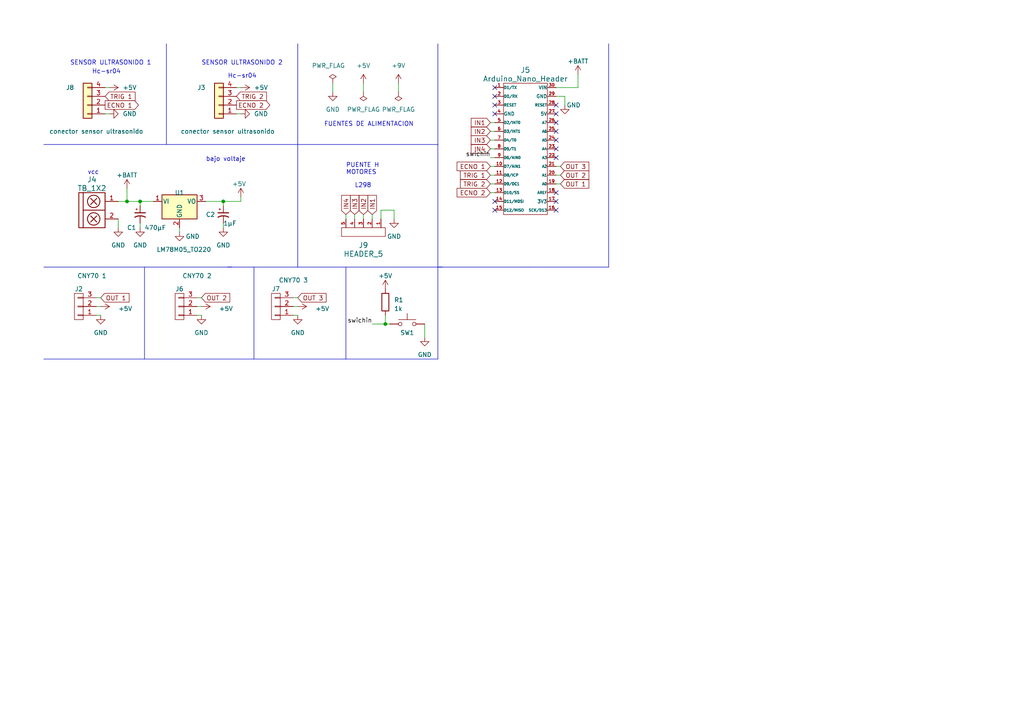
<source format=kicad_sch>
(kicad_sch (version 20230121) (generator eeschema)

  (uuid fe90e5f0-42b6-4add-8c1d-ee9169be3f0c)

  (paper "A4")

  (lib_symbols
    (symbol "+5V_1" (power) (pin_names (offset 0)) (in_bom yes) (on_board yes)
      (property "Reference" "#PWR" (at 0 -3.81 0)
        (effects (font (size 1.27 1.27)) hide)
      )
      (property "Value" "+5V_1" (at 0 3.556 0)
        (effects (font (size 1.27 1.27)))
      )
      (property "Footprint" "" (at 0 0 0)
        (effects (font (size 1.27 1.27)) hide)
      )
      (property "Datasheet" "" (at 0 0 0)
        (effects (font (size 1.27 1.27)) hide)
      )
      (property "ki_keywords" "global power" (at 0 0 0)
        (effects (font (size 1.27 1.27)) hide)
      )
      (property "ki_description" "Power symbol creates a global label with name \"+5V\"" (at 0 0 0)
        (effects (font (size 1.27 1.27)) hide)
      )
      (symbol "+5V_1_0_1"
        (polyline
          (pts
            (xy -0.762 1.27)
            (xy 0 2.54)
          )
          (stroke (width 0) (type default))
          (fill (type none))
        )
        (polyline
          (pts
            (xy 0 0)
            (xy 0 2.54)
          )
          (stroke (width 0) (type default))
          (fill (type none))
        )
        (polyline
          (pts
            (xy 0 2.54)
            (xy 0.762 1.27)
          )
          (stroke (width 0) (type default))
          (fill (type none))
        )
      )
      (symbol "+5V_1_1_1"
        (pin power_in line (at 0 0 90) (length 0) hide
          (name "+5V" (effects (font (size 1.27 1.27))))
          (number "1" (effects (font (size 1.27 1.27))))
        )
      )
    )
    (symbol "Device:C_Polarized_Small_US" (pin_numbers hide) (pin_names (offset 0.254) hide) (in_bom yes) (on_board yes)
      (property "Reference" "C" (at 0.254 1.778 0)
        (effects (font (size 1.27 1.27)) (justify left))
      )
      (property "Value" "C_Polarized_Small_US" (at 0.254 -2.032 0)
        (effects (font (size 1.27 1.27)) (justify left))
      )
      (property "Footprint" "" (at 0 0 0)
        (effects (font (size 1.27 1.27)) hide)
      )
      (property "Datasheet" "~" (at 0 0 0)
        (effects (font (size 1.27 1.27)) hide)
      )
      (property "ki_keywords" "cap capacitor" (at 0 0 0)
        (effects (font (size 1.27 1.27)) hide)
      )
      (property "ki_description" "Polarized capacitor, small US symbol" (at 0 0 0)
        (effects (font (size 1.27 1.27)) hide)
      )
      (property "ki_fp_filters" "CP_*" (at 0 0 0)
        (effects (font (size 1.27 1.27)) hide)
      )
      (symbol "C_Polarized_Small_US_0_1"
        (polyline
          (pts
            (xy -1.524 0.508)
            (xy 1.524 0.508)
          )
          (stroke (width 0.3048) (type default))
          (fill (type none))
        )
        (polyline
          (pts
            (xy -1.27 1.524)
            (xy -0.762 1.524)
          )
          (stroke (width 0) (type default))
          (fill (type none))
        )
        (polyline
          (pts
            (xy -1.016 1.27)
            (xy -1.016 1.778)
          )
          (stroke (width 0) (type default))
          (fill (type none))
        )
        (arc (start 1.524 -0.762) (mid 0 -0.3734) (end -1.524 -0.762)
          (stroke (width 0.3048) (type default))
          (fill (type none))
        )
      )
      (symbol "C_Polarized_Small_US_1_1"
        (pin passive line (at 0 2.54 270) (length 2.032)
          (name "~" (effects (font (size 1.27 1.27))))
          (number "1" (effects (font (size 1.27 1.27))))
        )
        (pin passive line (at 0 -2.54 90) (length 2.032)
          (name "~" (effects (font (size 1.27 1.27))))
          (number "2" (effects (font (size 1.27 1.27))))
        )
      )
    )
    (symbol "Device:R" (pin_numbers hide) (pin_names (offset 0)) (in_bom yes) (on_board yes)
      (property "Reference" "R" (at 2.032 0 90)
        (effects (font (size 1.27 1.27)))
      )
      (property "Value" "R" (at 0 0 90)
        (effects (font (size 1.27 1.27)))
      )
      (property "Footprint" "" (at -1.778 0 90)
        (effects (font (size 1.27 1.27)) hide)
      )
      (property "Datasheet" "~" (at 0 0 0)
        (effects (font (size 1.27 1.27)) hide)
      )
      (property "ki_keywords" "R res resistor" (at 0 0 0)
        (effects (font (size 1.27 1.27)) hide)
      )
      (property "ki_description" "Resistor" (at 0 0 0)
        (effects (font (size 1.27 1.27)) hide)
      )
      (property "ki_fp_filters" "R_*" (at 0 0 0)
        (effects (font (size 1.27 1.27)) hide)
      )
      (symbol "R_0_1"
        (rectangle (start -1.016 -2.54) (end 1.016 2.54)
          (stroke (width 0.254) (type default))
          (fill (type none))
        )
      )
      (symbol "R_1_1"
        (pin passive line (at 0 3.81 270) (length 1.27)
          (name "~" (effects (font (size 1.27 1.27))))
          (number "1" (effects (font (size 1.27 1.27))))
        )
        (pin passive line (at 0 -3.81 90) (length 1.27)
          (name "~" (effects (font (size 1.27 1.27))))
          (number "2" (effects (font (size 1.27 1.27))))
        )
      )
    )
    (symbol "EESTN5:Arduino_Nano_Header" (pin_names (offset 0.0254)) (in_bom yes) (on_board yes)
      (property "Reference" "J" (at 0 20.32 0)
        (effects (font (size 1.524 1.524)))
      )
      (property "Value" "Arduino_Nano_Header" (at 0 -20.32 0)
        (effects (font (size 1.524 1.524)))
      )
      (property "Footprint" "" (at 0 0 0)
        (effects (font (size 1.524 1.524)))
      )
      (property "Datasheet" "" (at 0 0 0)
        (effects (font (size 1.524 1.524)))
      )
      (symbol "Arduino_Nano_Header_0_1"
        (rectangle (start 6.35 -19.05) (end -6.35 19.05)
          (stroke (width 0) (type solid))
          (fill (type none))
        )
      )
      (symbol "Arduino_Nano_Header_1_1"
        (pin passive line (at -8.89 17.78 0) (length 2.54)
          (name "D1/TX" (effects (font (size 0.7874 0.7874))))
          (number "1" (effects (font (size 0.889 0.889))))
        )
        (pin passive line (at -8.89 -5.08 0) (length 2.54)
          (name "D7/AIN1" (effects (font (size 0.762 0.762))))
          (number "10" (effects (font (size 0.889 0.889))))
        )
        (pin passive line (at -8.89 -7.62 0) (length 2.54)
          (name "D8/ICP" (effects (font (size 0.762 0.762))))
          (number "11" (effects (font (size 0.889 0.889))))
        )
        (pin passive line (at -8.89 -10.16 0) (length 2.54)
          (name "D9/0C1" (effects (font (size 0.762 0.762))))
          (number "12" (effects (font (size 0.889 0.889))))
        )
        (pin passive line (at -8.89 -12.7 0) (length 2.54)
          (name "D10/SS" (effects (font (size 0.762 0.762))))
          (number "13" (effects (font (size 0.889 0.889))))
        )
        (pin passive line (at -8.89 -15.24 0) (length 2.54)
          (name "D11/MOSI" (effects (font (size 0.762 0.762))))
          (number "14" (effects (font (size 0.889 0.889))))
        )
        (pin passive line (at -8.89 -17.78 0) (length 2.54)
          (name "D12/MISO" (effects (font (size 0.762 0.762))))
          (number "15" (effects (font (size 0.889 0.889))))
        )
        (pin passive line (at 8.89 -17.78 180) (length 2.54)
          (name "SCK/D13" (effects (font (size 0.762 0.762))))
          (number "16" (effects (font (size 0.889 0.889))))
        )
        (pin passive line (at 8.89 -15.24 180) (length 2.54)
          (name "3V3" (effects (font (size 0.9906 0.9906))))
          (number "17" (effects (font (size 0.889 0.889))))
        )
        (pin passive line (at 8.89 -12.7 180) (length 2.54)
          (name "AREF" (effects (font (size 0.762 0.762))))
          (number "18" (effects (font (size 0.889 0.889))))
        )
        (pin passive line (at 8.89 -10.16 180) (length 2.54)
          (name "A0" (effects (font (size 0.762 0.762))))
          (number "19" (effects (font (size 0.889 0.889))))
        )
        (pin passive line (at -8.89 15.24 0) (length 2.54)
          (name "D0/RX" (effects (font (size 0.7874 0.7874))))
          (number "2" (effects (font (size 0.889 0.889))))
        )
        (pin passive line (at 8.89 -7.62 180) (length 2.54)
          (name "A1" (effects (font (size 0.762 0.762))))
          (number "20" (effects (font (size 0.889 0.889))))
        )
        (pin passive line (at 8.89 -5.08 180) (length 2.54)
          (name "A2" (effects (font (size 0.762 0.762))))
          (number "21" (effects (font (size 0.889 0.889))))
        )
        (pin passive line (at 8.89 -2.54 180) (length 2.54)
          (name "A3" (effects (font (size 0.762 0.762))))
          (number "22" (effects (font (size 0.889 0.889))))
        )
        (pin passive line (at 8.89 0 180) (length 2.54)
          (name "A4" (effects (font (size 0.762 0.762))))
          (number "23" (effects (font (size 0.889 0.889))))
        )
        (pin passive line (at 8.89 2.54 180) (length 2.54)
          (name "A5" (effects (font (size 0.762 0.762))))
          (number "24" (effects (font (size 0.889 0.889))))
        )
        (pin passive line (at 8.89 5.08 180) (length 2.54)
          (name "A6" (effects (font (size 0.762 0.762))))
          (number "25" (effects (font (size 0.889 0.889))))
        )
        (pin passive line (at 8.89 7.62 180) (length 2.54)
          (name "A7" (effects (font (size 0.762 0.762))))
          (number "26" (effects (font (size 0.889 0.889))))
        )
        (pin passive line (at 8.89 10.16 180) (length 2.54)
          (name "5V" (effects (font (size 0.9906 0.9906))))
          (number "27" (effects (font (size 0.889 0.889))))
        )
        (pin passive line (at 8.89 12.7 180) (length 2.54)
          (name "RESET" (effects (font (size 0.762 0.762))))
          (number "28" (effects (font (size 0.889 0.889))))
        )
        (pin passive line (at 8.89 15.24 180) (length 2.54)
          (name "GND" (effects (font (size 0.9906 0.9906))))
          (number "29" (effects (font (size 0.889 0.889))))
        )
        (pin passive line (at -8.89 12.7 0) (length 2.54)
          (name "RESET" (effects (font (size 0.7874 0.7874))))
          (number "3" (effects (font (size 0.889 0.889))))
        )
        (pin passive line (at 8.89 17.78 180) (length 2.54)
          (name "VIN" (effects (font (size 0.9906 0.9906))))
          (number "30" (effects (font (size 0.889 0.889))))
        )
        (pin passive line (at -8.89 10.16 0) (length 2.54)
          (name "GND" (effects (font (size 0.9906 0.9906))))
          (number "4" (effects (font (size 0.889 0.889))))
        )
        (pin passive line (at -8.89 7.62 0) (length 2.54)
          (name "D2/INT0" (effects (font (size 0.762 0.762))))
          (number "5" (effects (font (size 0.889 0.889))))
        )
        (pin passive line (at -8.89 5.08 0) (length 2.54)
          (name "D3/INT1" (effects (font (size 0.762 0.762))))
          (number "6" (effects (font (size 0.889 0.889))))
        )
        (pin passive line (at -8.89 2.54 0) (length 2.54)
          (name "D4/T0" (effects (font (size 0.762 0.762))))
          (number "7" (effects (font (size 0.889 0.889))))
        )
        (pin passive line (at -8.89 0 0) (length 2.54)
          (name "D5/T1" (effects (font (size 0.762 0.762))))
          (number "8" (effects (font (size 0.889 0.889))))
        )
        (pin passive line (at -8.89 -2.54 0) (length 2.54)
          (name "D6/AIN0" (effects (font (size 0.762 0.762))))
          (number "9" (effects (font (size 0.889 0.889))))
        )
      )
    )
    (symbol "EESTN5:Conn_01x04" (pin_names (offset 1.016) hide) (in_bom yes) (on_board yes)
      (property "Reference" "J" (at 0 5.08 0)
        (effects (font (size 1.27 1.27)))
      )
      (property "Value" "Conn_01x04" (at 0 -7.62 0)
        (effects (font (size 1.27 1.27)))
      )
      (property "Footprint" "" (at 0 0 0)
        (effects (font (size 1.27 1.27)) hide)
      )
      (property "Datasheet" "~" (at 0 0 0)
        (effects (font (size 1.27 1.27)) hide)
      )
      (property "ki_keywords" "connector" (at 0 0 0)
        (effects (font (size 1.27 1.27)) hide)
      )
      (property "ki_description" "Generic connector, single row, 01x04" (at 0 0 0)
        (effects (font (size 1.27 1.27)) hide)
      )
      (property "ki_fp_filters" "pin* header*" (at 0 0 0)
        (effects (font (size 1.27 1.27)) hide)
      )
      (symbol "Conn_01x04_1_1"
        (rectangle (start -1.27 -4.953) (end 0 -5.207)
          (stroke (width 0.1524) (type solid))
          (fill (type none))
        )
        (rectangle (start -1.27 -2.413) (end 0 -2.667)
          (stroke (width 0.1524) (type solid))
          (fill (type none))
        )
        (rectangle (start -1.27 0.127) (end 0 -0.127)
          (stroke (width 0.1524) (type solid))
          (fill (type none))
        )
        (rectangle (start -1.27 2.667) (end 0 2.413)
          (stroke (width 0.1524) (type solid))
          (fill (type none))
        )
        (rectangle (start -1.27 3.81) (end 1.27 -6.35)
          (stroke (width 0.254) (type solid))
          (fill (type background))
        )
        (pin passive line (at -5.08 2.54 0) (length 3.81)
          (name "Pin_1" (effects (font (size 1.27 1.27))))
          (number "1" (effects (font (size 1.27 1.27))))
        )
        (pin passive line (at -5.08 0 0) (length 3.81)
          (name "Pin_2" (effects (font (size 1.27 1.27))))
          (number "2" (effects (font (size 1.27 1.27))))
        )
        (pin passive line (at -5.08 -2.54 0) (length 3.81)
          (name "Pin_3" (effects (font (size 1.27 1.27))))
          (number "3" (effects (font (size 1.27 1.27))))
        )
        (pin passive line (at -5.08 -5.08 0) (length 3.81)
          (name "Pin_4" (effects (font (size 1.27 1.27))))
          (number "4" (effects (font (size 1.27 1.27))))
        )
      )
    )
    (symbol "EESTN5:HEADER_5" (pin_names (offset 0)) (in_bom yes) (on_board yes)
      (property "Reference" "J" (at 1.27 8.89 0)
        (effects (font (size 1.524 1.524)))
      )
      (property "Value" "HEADER_5" (at 1.27 -7.62 0)
        (effects (font (size 1.524 1.524)))
      )
      (property "Footprint" "" (at 0 16.51 0)
        (effects (font (size 1.524 1.524)))
      )
      (property "Datasheet" "" (at 0 16.51 0)
        (effects (font (size 1.524 1.524)))
      )
      (property "ki_fp_filters" "SIL* HEADER* JST* PIN*" (at 0 0 0)
        (effects (font (size 1.27 1.27)) hide)
      )
      (symbol "HEADER_5_0_1"
        (rectangle (start 0 6.35) (end 2.54 -6.35)
          (stroke (width 0) (type solid))
          (fill (type none))
        )
      )
      (symbol "HEADER_5_1_1"
        (pin passive line (at -2.54 5.08 0) (length 2.54)
          (name "~" (effects (font (size 1.27 1.27))))
          (number "1" (effects (font (size 0.889 0.889))))
        )
        (pin passive line (at -2.54 2.54 0) (length 2.54)
          (name "~" (effects (font (size 1.27 1.27))))
          (number "2" (effects (font (size 0.889 0.889))))
        )
        (pin passive line (at -2.54 0 0) (length 2.54)
          (name "~" (effects (font (size 1.27 1.27))))
          (number "3" (effects (font (size 0.889 0.889))))
        )
        (pin passive line (at -2.54 -2.54 0) (length 2.54)
          (name "~" (effects (font (size 1.27 1.27))))
          (number "4" (effects (font (size 0.889 0.889))))
        )
        (pin input line (at -2.54 -5.08 0) (length 2.54)
          (name "~" (effects (font (size 1.27 1.27))))
          (number "5" (effects (font (size 0.889 0.889))))
        )
      )
    )
    (symbol "EESTN5:SW_Push" (pin_numbers hide) (pin_names (offset 1.016) hide) (in_bom yes) (on_board yes)
      (property "Reference" "SW" (at 1.27 2.54 0)
        (effects (font (size 1.27 1.27)) (justify left))
      )
      (property "Value" "SW_Push" (at 0 -1.524 0)
        (effects (font (size 1.27 1.27)) hide)
      )
      (property "Footprint" "" (at 0 5.08 0)
        (effects (font (size 1.27 1.27)))
      )
      (property "Datasheet" "" (at 0 5.08 0)
        (effects (font (size 1.27 1.27)))
      )
      (property "ki_keywords" "switch normally-open pushbutton push-button" (at 0 0 0)
        (effects (font (size 1.27 1.27)) hide)
      )
      (property "ki_description" "Push button switch, generic, two pins" (at 0 0 0)
        (effects (font (size 1.27 1.27)) hide)
      )
      (property "ki_fp_filters" "PUL* SW* SPST*" (at 0 0 0)
        (effects (font (size 1.27 1.27)) hide)
      )
      (symbol "SW_Push_0_1"
        (circle (center -2.032 0) (radius 0.508)
          (stroke (width 0) (type solid))
          (fill (type none))
        )
        (polyline
          (pts
            (xy 0 1.27)
            (xy 0 3.048)
          )
          (stroke (width 0) (type solid))
          (fill (type none))
        )
        (polyline
          (pts
            (xy 2.54 1.27)
            (xy -2.54 1.27)
          )
          (stroke (width 0) (type solid))
          (fill (type none))
        )
        (circle (center 2.032 0) (radius 0.508)
          (stroke (width 0) (type solid))
          (fill (type none))
        )
        (pin passive line (at -5.08 0 0) (length 2.54)
          (name "1" (effects (font (size 1.27 1.27))))
          (number "1" (effects (font (size 1.27 1.27))))
        )
        (pin passive line (at 5.08 0 180) (length 2.54)
          (name "2" (effects (font (size 1.27 1.27))))
          (number "2" (effects (font (size 1.27 1.27))))
        )
      )
    )
    (symbol "EESTN5:TB_1X2" (pin_names (offset 1.016)) (in_bom yes) (on_board yes)
      (property "Reference" "J" (at 0 7.62 0)
        (effects (font (size 1.524 1.524)))
      )
      (property "Value" "TB_1X2" (at 1.27 -7.62 0)
        (effects (font (size 1.524 1.524)))
      )
      (property "Footprint" "" (at -1.27 1.27 0)
        (effects (font (size 1.524 1.524)))
      )
      (property "Datasheet" "" (at -1.27 1.27 0)
        (effects (font (size 1.524 1.524)))
      )
      (property "ki_fp_filters" "BORNERA* TB*" (at 0 0 0)
        (effects (font (size 1.27 1.27)) hide)
      )
      (symbol "TB_1X2_0_1"
        (rectangle (start -2.54 5.08) (end 5.08 -5.08)
          (stroke (width 0.254) (type solid))
          (fill (type none))
        )
        (polyline
          (pts
            (xy -1.27 0)
            (xy 5.08 0)
          )
          (stroke (width 0.254) (type solid))
          (fill (type none))
        )
        (polyline
          (pts
            (xy -1.27 5.08)
            (xy -1.27 -5.08)
          )
          (stroke (width 0.254) (type solid))
          (fill (type none))
        )
        (polyline
          (pts
            (xy 0.889 -3.429)
            (xy 2.667 -1.651)
          )
          (stroke (width 0.254) (type solid))
          (fill (type none))
        )
        (polyline
          (pts
            (xy 0.889 -1.651)
            (xy 2.667 -3.429)
          )
          (stroke (width 0.254) (type solid))
          (fill (type none))
        )
        (polyline
          (pts
            (xy 0.889 1.651)
            (xy 2.667 3.429)
          )
          (stroke (width 0.254) (type solid))
          (fill (type none))
        )
        (polyline
          (pts
            (xy 0.889 3.429)
            (xy 2.667 1.651)
          )
          (stroke (width 0.254) (type solid))
          (fill (type none))
        )
        (circle (center 1.778 -2.54) (radius 1.8034)
          (stroke (width 0.254) (type solid))
          (fill (type none))
        )
        (circle (center 1.778 2.54) (radius 1.8034)
          (stroke (width 0.254) (type solid))
          (fill (type none))
        )
      )
      (symbol "TB_1X2_1_1"
        (pin input line (at 8.89 2.54 180) (length 3.81)
          (name "~" (effects (font (size 1.27 1.27))))
          (number "1" (effects (font (size 1.27 1.27))))
        )
        (pin input line (at 8.89 -2.54 180) (length 3.81)
          (name "~" (effects (font (size 1.27 1.27))))
          (number "2" (effects (font (size 1.27 1.27))))
        )
      )
    )
    (symbol "GND_1" (power) (pin_names (offset 0)) (in_bom yes) (on_board yes)
      (property "Reference" "#PWR" (at 0 -6.35 0)
        (effects (font (size 1.27 1.27)) hide)
      )
      (property "Value" "GND_1" (at 0 -3.81 0)
        (effects (font (size 1.27 1.27)))
      )
      (property "Footprint" "" (at 0 0 0)
        (effects (font (size 1.27 1.27)) hide)
      )
      (property "Datasheet" "" (at 0 0 0)
        (effects (font (size 1.27 1.27)) hide)
      )
      (property "ki_keywords" "global power" (at 0 0 0)
        (effects (font (size 1.27 1.27)) hide)
      )
      (property "ki_description" "Power symbol creates a global label with name \"GND\" , ground" (at 0 0 0)
        (effects (font (size 1.27 1.27)) hide)
      )
      (symbol "GND_1_0_1"
        (polyline
          (pts
            (xy 0 0)
            (xy 0 -1.27)
            (xy 1.27 -1.27)
            (xy 0 -2.54)
            (xy -1.27 -1.27)
            (xy 0 -1.27)
          )
          (stroke (width 0) (type default))
          (fill (type none))
        )
      )
      (symbol "GND_1_1_1"
        (pin power_in line (at 0 0 270) (length 0) hide
          (name "GND" (effects (font (size 1.27 1.27))))
          (number "1" (effects (font (size 1.27 1.27))))
        )
      )
    )
    (symbol "GND_2" (power) (pin_names (offset 0)) (in_bom yes) (on_board yes)
      (property "Reference" "#PWR" (at 0 -6.35 0)
        (effects (font (size 1.27 1.27)) hide)
      )
      (property "Value" "GND_2" (at 0 -3.81 0)
        (effects (font (size 1.27 1.27)))
      )
      (property "Footprint" "" (at 0 0 0)
        (effects (font (size 1.27 1.27)) hide)
      )
      (property "Datasheet" "" (at 0 0 0)
        (effects (font (size 1.27 1.27)) hide)
      )
      (property "ki_keywords" "global power" (at 0 0 0)
        (effects (font (size 1.27 1.27)) hide)
      )
      (property "ki_description" "Power symbol creates a global label with name \"GND\" , ground" (at 0 0 0)
        (effects (font (size 1.27 1.27)) hide)
      )
      (symbol "GND_2_0_1"
        (polyline
          (pts
            (xy 0 0)
            (xy 0 -1.27)
            (xy 1.27 -1.27)
            (xy 0 -2.54)
            (xy -1.27 -1.27)
            (xy 0 -1.27)
          )
          (stroke (width 0) (type default))
          (fill (type none))
        )
      )
      (symbol "GND_2_1_1"
        (pin power_in line (at 0 0 270) (length 0) hide
          (name "GND" (effects (font (size 1.27 1.27))))
          (number "1" (effects (font (size 1.27 1.27))))
        )
      )
    )
    (symbol "PWR_FLAG_1" (power) (pin_numbers hide) (pin_names (offset 0) hide) (in_bom yes) (on_board yes)
      (property "Reference" "#FLG" (at 0 1.905 0)
        (effects (font (size 1.27 1.27)) hide)
      )
      (property "Value" "PWR_FLAG_1" (at 0 3.81 0)
        (effects (font (size 1.27 1.27)))
      )
      (property "Footprint" "" (at 0 0 0)
        (effects (font (size 1.27 1.27)) hide)
      )
      (property "Datasheet" "~" (at 0 0 0)
        (effects (font (size 1.27 1.27)) hide)
      )
      (property "ki_keywords" "flag power" (at 0 0 0)
        (effects (font (size 1.27 1.27)) hide)
      )
      (property "ki_description" "Special symbol for telling ERC where power comes from" (at 0 0 0)
        (effects (font (size 1.27 1.27)) hide)
      )
      (symbol "PWR_FLAG_1_0_0"
        (pin power_out line (at 0 0 90) (length 0)
          (name "pwr" (effects (font (size 1.27 1.27))))
          (number "1" (effects (font (size 1.27 1.27))))
        )
      )
      (symbol "PWR_FLAG_1_0_1"
        (polyline
          (pts
            (xy 0 0)
            (xy 0 1.27)
            (xy -1.016 1.905)
            (xy 0 2.54)
            (xy 1.016 1.905)
            (xy 0 1.27)
          )
          (stroke (width 0) (type default))
          (fill (type none))
        )
      )
    )
    (symbol "Regulator_Linear:LM78M05_TO220" (pin_names (offset 0.254)) (in_bom yes) (on_board yes)
      (property "Reference" "U" (at -3.81 3.175 0)
        (effects (font (size 1.27 1.27)))
      )
      (property "Value" "LM78M05_TO220" (at 0 3.175 0)
        (effects (font (size 1.27 1.27)) (justify left))
      )
      (property "Footprint" "Package_TO_SOT_THT:TO-220-3_Vertical" (at 0 5.715 0)
        (effects (font (size 1.27 1.27) italic) hide)
      )
      (property "Datasheet" "https://www.onsemi.com/pub/Collateral/MC78M00-D.PDF" (at 0 -1.27 0)
        (effects (font (size 1.27 1.27)) hide)
      )
      (property "ki_keywords" "Voltage Regulator 500mA Positive" (at 0 0 0)
        (effects (font (size 1.27 1.27)) hide)
      )
      (property "ki_description" "Positive 500mA 35V Linear Regulator, Fixed Output 5V, TO-220" (at 0 0 0)
        (effects (font (size 1.27 1.27)) hide)
      )
      (property "ki_fp_filters" "TO?220*" (at 0 0 0)
        (effects (font (size 1.27 1.27)) hide)
      )
      (symbol "LM78M05_TO220_0_1"
        (rectangle (start -5.08 1.905) (end 5.08 -5.08)
          (stroke (width 0.254) (type default))
          (fill (type background))
        )
      )
      (symbol "LM78M05_TO220_1_1"
        (pin power_in line (at -7.62 0 0) (length 2.54)
          (name "VI" (effects (font (size 1.27 1.27))))
          (number "1" (effects (font (size 1.27 1.27))))
        )
        (pin power_in line (at 0 -7.62 90) (length 2.54)
          (name "GND" (effects (font (size 1.27 1.27))))
          (number "2" (effects (font (size 1.27 1.27))))
        )
        (pin power_out line (at 7.62 0 180) (length 2.54)
          (name "VO" (effects (font (size 1.27 1.27))))
          (number "3" (effects (font (size 1.27 1.27))))
        )
      )
    )
    (symbol "apolo-1:Conn_01X03" (pin_names (offset 1.016) hide) (in_bom yes) (on_board yes)
      (property "Reference" "J" (at 0 5.08 0)
        (effects (font (size 1.27 1.27)))
      )
      (property "Value" "Conn_01X03" (at 0 -5.08 0)
        (effects (font (size 1.27 1.27)))
      )
      (property "Footprint" "" (at 0 0 0)
        (effects (font (size 1.27 1.27)) hide)
      )
      (property "Datasheet" "" (at 0 0 0)
        (effects (font (size 1.27 1.27)) hide)
      )
      (property "ki_keywords" "connector" (at 0 0 0)
        (effects (font (size 1.27 1.27)) hide)
      )
      (property "ki_description" "Connector, single row, 01x03, pin header" (at 0 0 0)
        (effects (font (size 1.27 1.27)) hide)
      )
      (property "ki_fp_filters" "pin* header*" (at 0 0 0)
        (effects (font (size 1.27 1.27)) hide)
      )
      (symbol "Conn_01X03_0_1"
        (rectangle (start -1.27 -2.413) (end 0.254 -2.667)
          (stroke (width 0) (type default))
          (fill (type none))
        )
        (rectangle (start -1.27 0.127) (end 0.254 -0.127)
          (stroke (width 0) (type default))
          (fill (type none))
        )
        (rectangle (start -1.27 2.667) (end 0.254 2.413)
          (stroke (width 0) (type default))
          (fill (type none))
        )
        (rectangle (start -1.27 3.81) (end 1.27 -3.81)
          (stroke (width 0) (type default))
          (fill (type none))
        )
      )
      (symbol "Conn_01X03_1_1"
        (pin passive line (at -5.08 2.54 0) (length 3.81)
          (name "P1" (effects (font (size 1.27 1.27))))
          (number "1" (effects (font (size 1.27 1.27))))
        )
        (pin passive line (at -5.08 0 0) (length 3.81)
          (name "P2" (effects (font (size 1.27 1.27))))
          (number "2" (effects (font (size 1.27 1.27))))
        )
        (pin passive line (at -5.08 -2.54 0) (length 3.81)
          (name "P3" (effects (font (size 1.27 1.27))))
          (number "3" (effects (font (size 1.27 1.27))))
        )
      )
    )
    (symbol "power:+5V" (power) (pin_names (offset 0)) (in_bom yes) (on_board yes)
      (property "Reference" "#PWR" (at 0 -3.81 0)
        (effects (font (size 1.27 1.27)) hide)
      )
      (property "Value" "+5V" (at 0 3.556 0)
        (effects (font (size 1.27 1.27)))
      )
      (property "Footprint" "" (at 0 0 0)
        (effects (font (size 1.27 1.27)) hide)
      )
      (property "Datasheet" "" (at 0 0 0)
        (effects (font (size 1.27 1.27)) hide)
      )
      (property "ki_keywords" "power-flag" (at 0 0 0)
        (effects (font (size 1.27 1.27)) hide)
      )
      (property "ki_description" "Power symbol creates a global label with name \"+5V\"" (at 0 0 0)
        (effects (font (size 1.27 1.27)) hide)
      )
      (symbol "+5V_0_1"
        (polyline
          (pts
            (xy -0.762 1.27)
            (xy 0 2.54)
          )
          (stroke (width 0) (type default))
          (fill (type none))
        )
        (polyline
          (pts
            (xy 0 0)
            (xy 0 2.54)
          )
          (stroke (width 0) (type default))
          (fill (type none))
        )
        (polyline
          (pts
            (xy 0 2.54)
            (xy 0.762 1.27)
          )
          (stroke (width 0) (type default))
          (fill (type none))
        )
      )
      (symbol "+5V_1_1"
        (pin power_in line (at 0 0 90) (length 0) hide
          (name "+5V" (effects (font (size 1.27 1.27))))
          (number "1" (effects (font (size 1.27 1.27))))
        )
      )
    )
    (symbol "power:+9V" (power) (pin_names (offset 0)) (in_bom yes) (on_board yes)
      (property "Reference" "#PWR" (at 0 -3.81 0)
        (effects (font (size 1.27 1.27)) hide)
      )
      (property "Value" "+9V" (at 0 3.556 0)
        (effects (font (size 1.27 1.27)))
      )
      (property "Footprint" "" (at 0 0 0)
        (effects (font (size 1.27 1.27)) hide)
      )
      (property "Datasheet" "" (at 0 0 0)
        (effects (font (size 1.27 1.27)) hide)
      )
      (property "ki_keywords" "power-flag" (at 0 0 0)
        (effects (font (size 1.27 1.27)) hide)
      )
      (property "ki_description" "Power symbol creates a global label with name \"+9V\"" (at 0 0 0)
        (effects (font (size 1.27 1.27)) hide)
      )
      (symbol "+9V_0_1"
        (polyline
          (pts
            (xy -0.762 1.27)
            (xy 0 2.54)
          )
          (stroke (width 0) (type default))
          (fill (type none))
        )
        (polyline
          (pts
            (xy 0 0)
            (xy 0 2.54)
          )
          (stroke (width 0) (type default))
          (fill (type none))
        )
        (polyline
          (pts
            (xy 0 2.54)
            (xy 0.762 1.27)
          )
          (stroke (width 0) (type default))
          (fill (type none))
        )
      )
      (symbol "+9V_1_1"
        (pin power_in line (at 0 0 90) (length 0) hide
          (name "+9V" (effects (font (size 1.27 1.27))))
          (number "1" (effects (font (size 1.27 1.27))))
        )
      )
    )
    (symbol "power:+BATT" (power) (pin_names (offset 0)) (in_bom yes) (on_board yes)
      (property "Reference" "#PWR" (at 0 -3.81 0)
        (effects (font (size 1.27 1.27)) hide)
      )
      (property "Value" "+BATT" (at 0 3.556 0)
        (effects (font (size 1.27 1.27)))
      )
      (property "Footprint" "" (at 0 0 0)
        (effects (font (size 1.27 1.27)) hide)
      )
      (property "Datasheet" "" (at 0 0 0)
        (effects (font (size 1.27 1.27)) hide)
      )
      (property "ki_keywords" "global power battery" (at 0 0 0)
        (effects (font (size 1.27 1.27)) hide)
      )
      (property "ki_description" "Power symbol creates a global label with name \"+BATT\"" (at 0 0 0)
        (effects (font (size 1.27 1.27)) hide)
      )
      (symbol "+BATT_0_1"
        (polyline
          (pts
            (xy -0.762 1.27)
            (xy 0 2.54)
          )
          (stroke (width 0) (type default))
          (fill (type none))
        )
        (polyline
          (pts
            (xy 0 0)
            (xy 0 2.54)
          )
          (stroke (width 0) (type default))
          (fill (type none))
        )
        (polyline
          (pts
            (xy 0 2.54)
            (xy 0.762 1.27)
          )
          (stroke (width 0) (type default))
          (fill (type none))
        )
      )
      (symbol "+BATT_1_1"
        (pin power_in line (at 0 0 90) (length 0) hide
          (name "+BATT" (effects (font (size 1.27 1.27))))
          (number "1" (effects (font (size 1.27 1.27))))
        )
      )
    )
    (symbol "power:GND" (power) (pin_names (offset 0)) (in_bom yes) (on_board yes)
      (property "Reference" "#PWR" (at 0 -6.35 0)
        (effects (font (size 1.27 1.27)) hide)
      )
      (property "Value" "GND" (at 0 -3.81 0)
        (effects (font (size 1.27 1.27)))
      )
      (property "Footprint" "" (at 0 0 0)
        (effects (font (size 1.27 1.27)) hide)
      )
      (property "Datasheet" "" (at 0 0 0)
        (effects (font (size 1.27 1.27)) hide)
      )
      (property "ki_keywords" "power-flag" (at 0 0 0)
        (effects (font (size 1.27 1.27)) hide)
      )
      (property "ki_description" "Power symbol creates a global label with name \"GND\" , ground" (at 0 0 0)
        (effects (font (size 1.27 1.27)) hide)
      )
      (symbol "GND_0_1"
        (polyline
          (pts
            (xy 0 0)
            (xy 0 -1.27)
            (xy 1.27 -1.27)
            (xy 0 -2.54)
            (xy -1.27 -1.27)
            (xy 0 -1.27)
          )
          (stroke (width 0) (type default))
          (fill (type none))
        )
      )
      (symbol "GND_1_1"
        (pin power_in line (at 0 0 270) (length 0) hide
          (name "GND" (effects (font (size 1.27 1.27))))
          (number "1" (effects (font (size 1.27 1.27))))
        )
      )
    )
    (symbol "power:PWR_FLAG" (power) (pin_numbers hide) (pin_names (offset 0) hide) (in_bom yes) (on_board yes)
      (property "Reference" "#FLG" (at 0 1.905 0)
        (effects (font (size 1.27 1.27)) hide)
      )
      (property "Value" "PWR_FLAG" (at 0 3.81 0)
        (effects (font (size 1.27 1.27)))
      )
      (property "Footprint" "" (at 0 0 0)
        (effects (font (size 1.27 1.27)) hide)
      )
      (property "Datasheet" "~" (at 0 0 0)
        (effects (font (size 1.27 1.27)) hide)
      )
      (property "ki_keywords" "power-flag" (at 0 0 0)
        (effects (font (size 1.27 1.27)) hide)
      )
      (property "ki_description" "Special symbol for telling ERC where power comes from" (at 0 0 0)
        (effects (font (size 1.27 1.27)) hide)
      )
      (symbol "PWR_FLAG_0_0"
        (pin power_out line (at 0 0 90) (length 0)
          (name "pwr" (effects (font (size 1.27 1.27))))
          (number "1" (effects (font (size 1.27 1.27))))
        )
      )
      (symbol "PWR_FLAG_0_1"
        (polyline
          (pts
            (xy 0 0)
            (xy 0 1.27)
            (xy -1.016 1.905)
            (xy 0 2.54)
            (xy 1.016 1.905)
            (xy 0 1.27)
          )
          (stroke (width 0) (type default))
          (fill (type none))
        )
      )
    )
  )

  (junction (at 111.76 93.98) (diameter 0) (color 0 0 0 0)
    (uuid 0bea2487-ad26-4b6e-9d2f-236090c768ba)
  )
  (junction (at 64.77 58.42) (diameter 0) (color 0 0 0 0)
    (uuid 12b1f03c-76fd-4e63-a19c-77d1fc20502d)
  )
  (junction (at 36.83 58.42) (diameter 0) (color 0 0 0 0)
    (uuid 18d5b2fd-e954-46f9-b665-c7d23646b97a)
  )
  (junction (at 40.64 58.42) (diameter 0) (color 0 0 0 0)
    (uuid 7dabe23d-b223-4944-b0af-a8d46dd17a04)
  )

  (no_connect (at 161.29 35.56) (uuid 0423e6a4-3c37-423f-8dc7-a4aae7a89c3f))
  (no_connect (at 143.51 27.94) (uuid 1038bc56-6833-49de-af9e-c026dd4509ae))
  (no_connect (at 161.29 45.72) (uuid 13514039-a84e-40ff-8bcd-d7cf78316502))
  (no_connect (at 143.51 30.48) (uuid 27b81ad2-306f-481e-a704-a9047fbb7b87))
  (no_connect (at 161.29 30.48) (uuid 284e8aee-3527-480e-ace0-cad08f02d1da))
  (no_connect (at 161.29 38.1) (uuid 5d8e7b29-fc75-4fbe-a952-60cb44d24bf3))
  (no_connect (at 161.29 58.42) (uuid 62e00c1c-8dc7-45f8-b74c-2f1caeabc990))
  (no_connect (at 161.29 43.18) (uuid 6ea6c692-1181-47f2-80db-ca7df68faf74))
  (no_connect (at 161.29 40.64) (uuid 770a89fc-be7d-4bbe-93a6-8f887b25d26e))
  (no_connect (at 143.51 33.02) (uuid 79902aee-c3dd-4c61-99ed-3577aa5cd137))
  (no_connect (at 143.51 25.4) (uuid 8b736a5b-324e-41d2-bbf8-b530731f7788))
  (no_connect (at 161.29 60.96) (uuid 9cb1e930-c8c4-4ec0-b6ea-4fd1d0a519ff))
  (no_connect (at 161.29 55.88) (uuid c71ad412-97b6-422e-af24-c472a3253bdd))
  (no_connect (at 161.29 33.02) (uuid cdcd8f10-4a40-4b78-a116-48646f0469d6))
  (no_connect (at 143.51 58.42) (uuid e5f6e7ce-01e8-42fe-b8c0-bb266e983077))
  (no_connect (at 143.51 60.96) (uuid f1f67aef-1be6-454f-9c38-176fda05145b))

  (polyline (pts (xy 48.26 12.7) (xy 48.26 41.91))
    (stroke (width 0) (type default))
    (uuid 1208fc0d-29c4-43f4-b14a-4c2634b1816c)
  )

  (wire (pts (xy 167.64 21.59) (xy 167.64 25.4))
    (stroke (width 0) (type default))
    (uuid 166f22ee-779e-4a1b-adb4-8a612dc79c8a)
  )
  (wire (pts (xy 86.36 86.36) (xy 85.09 86.36))
    (stroke (width 0) (type default))
    (uuid 170d52d8-5f81-47c7-bdad-79ed48685d66)
  )
  (wire (pts (xy 27.94 88.9) (xy 29.21 88.9))
    (stroke (width 0) (type default))
    (uuid 1a300fc9-fce3-4e7b-b130-4d559d0fbc89)
  )
  (polyline (pts (xy 127 104.14) (xy 127 77.47))
    (stroke (width 0) (type default))
    (uuid 21ba7fd4-57ff-4014-bd5d-269ae4d9599e)
  )

  (wire (pts (xy 34.29 58.42) (xy 36.83 58.42))
    (stroke (width 0) (type default))
    (uuid 22b7e54c-6760-4eee-acf4-866d897e9c29)
  )
  (wire (pts (xy 114.3 63.5) (xy 114.3 60.96))
    (stroke (width 0) (type default))
    (uuid 316fe6dd-93d2-41e2-b49e-09d40cb43c80)
  )
  (wire (pts (xy 107.95 62.23) (xy 107.95 63.5))
    (stroke (width 0) (type default))
    (uuid 375ab159-dd23-4356-af68-0c1fe4adb8ce)
  )
  (wire (pts (xy 69.85 25.4) (xy 68.58 25.4))
    (stroke (width 0) (type default))
    (uuid 3802a01f-0ea0-4b9d-aca9-73fee2c193ab)
  )
  (wire (pts (xy 111.76 91.44) (xy 111.76 93.98))
    (stroke (width 0) (type default))
    (uuid 39667652-3221-4b44-bcf3-279be8ebf5c5)
  )
  (wire (pts (xy 29.21 91.44) (xy 27.94 91.44))
    (stroke (width 0) (type default))
    (uuid 3a605b05-4893-4d60-9e55-b0de4cf07208)
  )
  (wire (pts (xy 161.29 48.26) (xy 162.56 48.26))
    (stroke (width 0) (type default))
    (uuid 3acd5930-1812-408c-9e77-583e4e7954c5)
  )
  (wire (pts (xy 31.75 25.4) (xy 30.48 25.4))
    (stroke (width 0) (type default))
    (uuid 3c9d0f1f-c49b-4ef6-af64-caeefbc9d207)
  )
  (wire (pts (xy 142.24 53.34) (xy 143.51 53.34))
    (stroke (width 0) (type default))
    (uuid 3d328363-de1b-434e-81ff-923c251d47f3)
  )
  (polyline (pts (xy 153.67 77.47) (xy 176.53 77.47))
    (stroke (width 0) (type default))
    (uuid 3d497fa8-d06b-45e9-a830-4e7fff81da16)
  )

  (wire (pts (xy 57.15 88.9) (xy 58.42 88.9))
    (stroke (width 0) (type default))
    (uuid 40161e8a-b1e4-4770-a0e2-54b9b300dd39)
  )
  (wire (pts (xy 86.36 91.44) (xy 85.09 91.44))
    (stroke (width 0) (type default))
    (uuid 41f1a083-1c1b-4882-95bd-d5ef8fe6dcc7)
  )
  (wire (pts (xy 161.29 25.4) (xy 167.64 25.4))
    (stroke (width 0) (type default))
    (uuid 422c5f92-bb68-469d-a283-ffcff4b47ed2)
  )
  (polyline (pts (xy 66.04 77.47) (xy 67.31 77.47))
    (stroke (width 0) (type default))
    (uuid 422f23c6-ef5f-4db5-80ba-d7a2831ece0c)
  )

  (wire (pts (xy 29.21 86.36) (xy 27.94 86.36))
    (stroke (width 0) (type default))
    (uuid 4573126a-be1a-4664-9df9-892ce9ac6078)
  )
  (polyline (pts (xy 127 12.7) (xy 127 41.91))
    (stroke (width 0) (type default))
    (uuid 45b7f39a-931e-4f23-9ff9-8c6fefe213c3)
  )

  (wire (pts (xy 142.24 55.88) (xy 143.51 55.88))
    (stroke (width 0) (type default))
    (uuid 45c59456-8e06-46e7-9d71-ba1fb2fd5854)
  )
  (wire (pts (xy 142.24 48.26) (xy 143.51 48.26))
    (stroke (width 0) (type default))
    (uuid 528cad1f-2971-4be5-8629-c295824c403f)
  )
  (wire (pts (xy 100.33 62.23) (xy 100.33 63.5))
    (stroke (width 0) (type default))
    (uuid 57b51a39-1e19-4718-9a83-a812e824e341)
  )
  (wire (pts (xy 52.07 67.31) (xy 52.07 66.04))
    (stroke (width 0) (type default))
    (uuid 5e4cfac7-46cc-42d9-812b-a9f5df438b6f)
  )
  (polyline (pts (xy 86.36 12.7) (xy 86.36 41.91))
    (stroke (width 0) (type default))
    (uuid 6085c143-64ef-4876-bada-b35f2f0245c0)
  )
  (polyline (pts (xy 100.33 77.47) (xy 100.33 104.14))
    (stroke (width 0) (type default))
    (uuid 61726e34-e8de-494e-94c2-822c6a985fa3)
  )

  (wire (pts (xy 69.85 58.42) (xy 64.77 58.42))
    (stroke (width 0) (type default))
    (uuid 61fdb3a9-e4e0-4f99-ad5a-ca53f6f743d8)
  )
  (wire (pts (xy 142.24 50.8) (xy 143.51 50.8))
    (stroke (width 0) (type default))
    (uuid 6970d097-4094-42e4-bf35-1e4fd40819db)
  )
  (polyline (pts (xy 176.53 12.7) (xy 176.53 77.47))
    (stroke (width 0) (type default))
    (uuid 69c296a6-74bb-4fe9-93f7-12fc5a1f0447)
  )

  (wire (pts (xy 111.76 93.98) (xy 113.03 93.98))
    (stroke (width 0) (type default))
    (uuid 6bcd57d8-324e-4853-836c-eb59105d4654)
  )
  (polyline (pts (xy 86.36 77.47) (xy 86.36 41.91))
    (stroke (width 0) (type default))
    (uuid 7466063d-0f82-41ed-a5c1-45343b2975de)
  )

  (wire (pts (xy 40.64 64.77) (xy 40.64 66.04))
    (stroke (width 0) (type default))
    (uuid 799cf756-404f-4d75-ada7-0ad35094b3d0)
  )
  (wire (pts (xy 105.41 26.67) (xy 105.41 24.13))
    (stroke (width 0) (type default))
    (uuid 7ae9a98e-8f44-4c1d-b6f4-9073b2648a63)
  )
  (wire (pts (xy 105.41 62.23) (xy 105.41 63.5))
    (stroke (width 0) (type default))
    (uuid 7cea62c7-24ea-4f4c-9ec6-efc9951ede5c)
  )
  (wire (pts (xy 96.52 26.67) (xy 96.52 24.13))
    (stroke (width 0) (type default))
    (uuid 7e0c8800-51eb-42f8-9b61-5b031b0ede11)
  )
  (wire (pts (xy 69.85 33.02) (xy 68.58 33.02))
    (stroke (width 0) (type default))
    (uuid 7f49dafc-3b30-42f9-9d6c-72e8d74b2bb4)
  )
  (wire (pts (xy 162.56 53.34) (xy 161.29 53.34))
    (stroke (width 0) (type default))
    (uuid 7f4d8d65-a4a3-4598-acf7-f561a3064adf)
  )
  (wire (pts (xy 142.24 43.18) (xy 143.51 43.18))
    (stroke (width 0) (type default))
    (uuid 8183a4be-ac31-43f8-84cb-5b3643e662d3)
  )
  (polyline (pts (xy 12.7 104.14) (xy 100.33 104.14))
    (stroke (width 0) (type default))
    (uuid 8388785d-390b-45cd-a279-15e051e622f0)
  )

  (wire (pts (xy 64.77 58.42) (xy 64.77 59.69))
    (stroke (width 0) (type default))
    (uuid 87ca9a4c-9951-4cbe-b297-0d648ddfc4d4)
  )
  (wire (pts (xy 142.24 40.64) (xy 143.51 40.64))
    (stroke (width 0) (type default))
    (uuid 8a567a1a-09c8-4da6-9ce1-e93ee9bd44ae)
  )
  (wire (pts (xy 58.42 91.44) (xy 57.15 91.44))
    (stroke (width 0) (type default))
    (uuid 8aaadb7c-a76e-4f0e-8a04-d232729c63cd)
  )
  (wire (pts (xy 162.56 50.8) (xy 161.29 50.8))
    (stroke (width 0) (type default))
    (uuid 91688746-5d8f-47f4-bbf2-2a5ad2ebd931)
  )
  (wire (pts (xy 163.83 27.94) (xy 161.29 27.94))
    (stroke (width 0) (type default))
    (uuid 94189760-1b61-4ced-8018-ae4378e31508)
  )
  (wire (pts (xy 31.75 33.02) (xy 30.48 33.02))
    (stroke (width 0) (type default))
    (uuid 946ffc0b-26e8-41ec-b948-37705ddc0a84)
  )
  (wire (pts (xy 123.19 93.98) (xy 123.19 97.79))
    (stroke (width 0) (type default))
    (uuid 957ab6e0-e6ae-4732-ae38-9e580b50c63f)
  )
  (wire (pts (xy 102.87 62.23) (xy 102.87 63.5))
    (stroke (width 0) (type default))
    (uuid 984d0827-f464-4f23-b39c-1acdc1ff9f35)
  )
  (polyline (pts (xy 127 41.91) (xy 127 77.47))
    (stroke (width 0) (type default))
    (uuid 994a5ecb-7ee7-428d-b6d8-dba7d90548e9)
  )

  (wire (pts (xy 85.09 88.9) (xy 86.36 88.9))
    (stroke (width 0) (type default))
    (uuid 9e354b97-c292-4590-9207-4754848da7d6)
  )
  (wire (pts (xy 58.42 86.36) (xy 57.15 86.36))
    (stroke (width 0) (type default))
    (uuid 9ee9846e-577a-4691-8af9-cd5e5b1c059c)
  )
  (polyline (pts (xy 41.91 77.47) (xy 41.91 104.14))
    (stroke (width 0) (type default))
    (uuid 9eecda15-f904-43c5-8cbc-b34d210d2590)
  )

  (wire (pts (xy 36.83 58.42) (xy 40.64 58.42))
    (stroke (width 0) (type default))
    (uuid a0fe58f8-9c40-4093-b327-1ddda8ffdcf3)
  )
  (wire (pts (xy 115.57 26.67) (xy 115.57 24.13))
    (stroke (width 0) (type default))
    (uuid a96a5144-3a68-419d-bfed-e808aa319086)
  )
  (polyline (pts (xy 73.66 77.47) (xy 73.66 104.14))
    (stroke (width 0) (type default))
    (uuid b7228926-2d22-436d-a1ea-4a9259f07d1f)
  )
  (polyline (pts (xy 86.36 77.47) (xy 153.67 77.47))
    (stroke (width 0) (type default))
    (uuid ce6838b5-b482-434e-a3d9-a3669ada91c6)
  )

  (wire (pts (xy 107.95 93.98) (xy 111.76 93.98))
    (stroke (width 0) (type default))
    (uuid d07a1723-8251-45b9-b96b-808548151ffa)
  )
  (wire (pts (xy 110.49 60.96) (xy 114.3 60.96))
    (stroke (width 0) (type default))
    (uuid d309c891-6892-4579-b12b-a021c7e5247b)
  )
  (wire (pts (xy 36.83 54.61) (xy 36.83 58.42))
    (stroke (width 0) (type default))
    (uuid d75a0d7a-ec0a-4462-aa0b-907d051f5a65)
  )
  (wire (pts (xy 142.24 45.72) (xy 143.51 45.72))
    (stroke (width 0) (type default))
    (uuid dc412742-2070-466b-9592-ad87f77a505c)
  )
  (polyline (pts (xy 127 77.47) (xy 128.27 77.47))
    (stroke (width 0) (type default))
    (uuid dedb6e8e-0caf-4e82-aabf-d36b43cbdd2a)
  )
  (polyline (pts (xy 12.7 77.47) (xy 86.36 77.47))
    (stroke (width 0) (type default))
    (uuid e0f09459-5de4-4268-a395-883cc88e2b8f)
  )
  (polyline (pts (xy 12.7 41.91) (xy 127 41.91))
    (stroke (width 0) (type default))
    (uuid e2e033a7-308a-4c63-94a0-2db922e9cc7a)
  )

  (wire (pts (xy 163.83 30.48) (xy 163.83 27.94))
    (stroke (width 0) (type default))
    (uuid e855fbd9-1838-43e4-88b8-d63b65ab0a7f)
  )
  (wire (pts (xy 142.24 35.56) (xy 143.51 35.56))
    (stroke (width 0) (type default))
    (uuid ec223818-ae80-4819-9ce8-8b91808a64e1)
  )
  (polyline (pts (xy 100.33 104.14) (xy 127 104.14))
    (stroke (width 0) (type default))
    (uuid edfd62eb-5793-4107-8d64-43e0d53ce8c2)
  )

  (wire (pts (xy 40.64 58.42) (xy 40.64 59.69))
    (stroke (width 0) (type default))
    (uuid ee3e1520-8013-40a5-8dd4-9294ccbd3a53)
  )
  (wire (pts (xy 69.85 57.15) (xy 69.85 58.42))
    (stroke (width 0) (type default))
    (uuid efaf561f-caed-483d-a359-3fd8b86e0344)
  )
  (wire (pts (xy 110.49 60.96) (xy 110.49 63.5))
    (stroke (width 0) (type default))
    (uuid f32d161d-e039-4afe-98b1-ae491ffe6385)
  )
  (wire (pts (xy 34.29 66.04) (xy 34.29 63.5))
    (stroke (width 0) (type default))
    (uuid f49efa96-08e2-448e-9666-a6e50ac69d35)
  )
  (wire (pts (xy 142.24 38.1) (xy 143.51 38.1))
    (stroke (width 0) (type default))
    (uuid f4f54867-e4d4-45a6-aa27-d4ee6cfd891b)
  )
  (wire (pts (xy 59.69 58.42) (xy 64.77 58.42))
    (stroke (width 0) (type default))
    (uuid f924149f-f1ca-4a17-963c-f8e0dee2a452)
  )
  (wire (pts (xy 64.77 64.77) (xy 64.77 66.04))
    (stroke (width 0) (type default))
    (uuid fb9223e4-1a70-4607-8c67-4675008fca26)
  )
  (wire (pts (xy 40.64 58.42) (xy 44.45 58.42))
    (stroke (width 0) (type default))
    (uuid ff792219-419f-4b3b-84ca-8afd20b5f940)
  )

  (text "FUENTES DE ALIMENTACION " (at 93.98 36.83 0)
    (effects (font (size 1.27 1.27)) (justify left bottom))
    (uuid 2b89175a-ddea-4c6c-ad75-18348a8b5959)
  )
  (text "bajo voltaje" (at 59.69 46.99 0)
    (effects (font (size 1.27 1.27)) (justify left bottom))
    (uuid 6bc12265-7474-4cc3-92b0-6e2bec8f5e34)
  )
  (text "PUENTE H\nMOTORES\n" (at 100.33 50.8 0)
    (effects (font (size 1.27 1.27)) (justify left bottom))
    (uuid 6ec9107b-9fa4-4106-a27d-1845ab7581d4)
  )
  (text "SENSOR ULTRASONIDO 1\n" (at 20.32 19.05 0)
    (effects (font (size 1.27 1.27)) (justify left bottom))
    (uuid 8ff7c9fb-7b89-47ed-a6b1-b9306aee55ce)
  )
  (text "L298" (at 102.87 54.61 0)
    (effects (font (size 1.27 1.27)) (justify left bottom))
    (uuid a9b9dc87-69ec-48b7-b25e-4d0e7ccccff8)
  )
  (text "Hc-sr04" (at 26.67 21.59 0)
    (effects (font (size 1.27 1.27)) (justify left bottom))
    (uuid b5b6c5bf-8d6f-4610-bdd0-dee27d89674e)
  )
  (text "vcc\n" (at 25.4 50.8 0)
    (effects (font (size 1.27 1.27)) (justify left bottom))
    (uuid d80da211-7532-4073-b02c-ae40a2d2997b)
  )
  (text "Hc-sr04" (at 66.04 22.86 0)
    (effects (font (size 1.27 1.27)) (justify left bottom))
    (uuid e410750b-ab8a-4563-aa86-64c229b1f0c0)
  )
  (text "SENSOR ULTRASONIDO 2\n" (at 58.42 19.05 0)
    (effects (font (size 1.27 1.27)) (justify left bottom))
    (uuid e8fafd62-9345-4670-b50b-72ef58d52097)
  )

  (label "swichin" (at 142.24 45.72 180) (fields_autoplaced)
    (effects (font (size 1.27 1.27)) (justify right bottom))
    (uuid 289b5774-7449-4a11-b076-15735f0a36e6)
  )
  (label "swichin" (at 107.95 93.98 180) (fields_autoplaced)
    (effects (font (size 1.27 1.27)) (justify right bottom))
    (uuid 8cb8d06e-493d-4793-93aa-48051b0495dd)
  )

  (global_label "ECNO 1" (shape output) (at 30.48 30.48 0) (fields_autoplaced)
    (effects (font (size 1.27 1.27)) (justify left))
    (uuid 0728f57d-8433-4269-b115-c5fb76f05dcc)
    (property "Intersheetrefs" "${INTERSHEET_REFS}" (at 40.6429 30.48 0)
      (effects (font (size 1.27 1.27)) (justify left) hide)
    )
  )
  (global_label "IN3" (shape input) (at 102.87 62.23 90) (fields_autoplaced)
    (effects (font (size 1.27 1.27)) (justify left))
    (uuid 0cf64609-6ad7-446b-abd0-74830e481353)
    (property "Intersheetrefs" "${INTERSHEET_REFS}" (at 102.7906 56.6721 90)
      (effects (font (size 1.27 1.27)) (justify left) hide)
    )
  )
  (global_label "IN3" (shape input) (at 142.24 40.64 180) (fields_autoplaced)
    (effects (font (size 1.27 1.27)) (justify right))
    (uuid 38c242b8-8796-4130-85be-a72d11ac4ed5)
    (property "Intersheetrefs" "${INTERSHEET_REFS}" (at 136.1894 40.64 0)
      (effects (font (size 1.27 1.27)) (justify right) hide)
    )
  )
  (global_label "ECNO 1" (shape input) (at 142.24 48.26 180) (fields_autoplaced)
    (effects (font (size 1.27 1.27)) (justify right))
    (uuid 3d042829-1039-466f-8b44-0c4cc6314d9a)
    (property "Intersheetrefs" "${INTERSHEET_REFS}" (at 132.0771 48.26 0)
      (effects (font (size 1.27 1.27)) (justify right) hide)
    )
  )
  (global_label "IN2" (shape input) (at 142.24 38.1 180) (fields_autoplaced)
    (effects (font (size 1.27 1.27)) (justify right))
    (uuid 4053a5ee-ae74-4a4b-a666-23edb041d44f)
    (property "Intersheetrefs" "${INTERSHEET_REFS}" (at 136.1894 38.1 0)
      (effects (font (size 1.27 1.27)) (justify right) hide)
    )
  )
  (global_label "ECNO 2" (shape output) (at 68.58 30.48 0) (fields_autoplaced)
    (effects (font (size 1.27 1.27)) (justify left))
    (uuid 419a85f9-7ce4-4ee9-bf11-94c81524a70a)
    (property "Intersheetrefs" "${INTERSHEET_REFS}" (at 78.7429 30.48 0)
      (effects (font (size 1.27 1.27)) (justify left) hide)
    )
  )
  (global_label "TRIG 2" (shape input) (at 68.58 27.94 0) (fields_autoplaced)
    (effects (font (size 1.27 1.27)) (justify left))
    (uuid 43b458d2-5fcb-4254-895b-b7d8a5f4fb2c)
    (property "Intersheetrefs" "${INTERSHEET_REFS}" (at 77.7753 27.94 0)
      (effects (font (size 1.27 1.27)) (justify left) hide)
    )
  )
  (global_label "IN4" (shape input) (at 100.33 62.23 90) (fields_autoplaced)
    (effects (font (size 1.27 1.27)) (justify left))
    (uuid 4a79e255-5339-45d7-a3e5-d87fa6b6bd94)
    (property "Intersheetrefs" "${INTERSHEET_REFS}" (at 100.2506 56.6721 90)
      (effects (font (size 1.27 1.27)) (justify left) hide)
    )
  )
  (global_label "IN1" (shape input) (at 142.24 35.56 180) (fields_autoplaced)
    (effects (font (size 1.27 1.27)) (justify right))
    (uuid 5121c292-19aa-4cf8-951b-071f6bb75441)
    (property "Intersheetrefs" "${INTERSHEET_REFS}" (at 136.1894 35.56 0)
      (effects (font (size 1.27 1.27)) (justify right) hide)
    )
  )
  (global_label "OUT 1" (shape input) (at 162.56 53.34 0) (fields_autoplaced)
    (effects (font (size 1.27 1.27)) (justify left))
    (uuid 8292a294-1622-4770-bc5e-78a52883b929)
    (property "Intersheetrefs" "${INTERSHEET_REFS}" (at 171.2715 53.34 0)
      (effects (font (size 1.27 1.27)) (justify left) hide)
    )
  )
  (global_label "TRIG 1" (shape input) (at 30.48 27.94 0) (fields_autoplaced)
    (effects (font (size 1.27 1.27)) (justify left))
    (uuid 8c57ae9a-cb91-4bb3-8e7d-bd7161ab6a18)
    (property "Intersheetrefs" "${INTERSHEET_REFS}" (at 39.6753 27.94 0)
      (effects (font (size 1.27 1.27)) (justify left) hide)
    )
  )
  (global_label "TRIG 2" (shape input) (at 142.24 53.34 180) (fields_autoplaced)
    (effects (font (size 1.27 1.27)) (justify right))
    (uuid 937c2693-fe56-422f-8360-fac1f52d87d4)
    (property "Intersheetrefs" "${INTERSHEET_REFS}" (at 133.0447 53.34 0)
      (effects (font (size 1.27 1.27)) (justify right) hide)
    )
  )
  (global_label "ECNO 2" (shape input) (at 142.24 55.88 180) (fields_autoplaced)
    (effects (font (size 1.27 1.27)) (justify right))
    (uuid 9888c870-be96-401c-96c0-9a985b841442)
    (property "Intersheetrefs" "${INTERSHEET_REFS}" (at 132.0771 55.88 0)
      (effects (font (size 1.27 1.27)) (justify right) hide)
    )
  )
  (global_label "OUT 1" (shape input) (at 29.21 86.36 0) (fields_autoplaced)
    (effects (font (size 1.27 1.27)) (justify left))
    (uuid a7a67c61-1a80-4153-bf6d-f44c7ce7874d)
    (property "Intersheetrefs" "${INTERSHEET_REFS}" (at 37.9215 86.36 0)
      (effects (font (size 1.27 1.27)) (justify left) hide)
    )
  )
  (global_label "OUT 2" (shape input) (at 58.42 86.36 0) (fields_autoplaced)
    (effects (font (size 1.27 1.27)) (justify left))
    (uuid af7f007d-3b47-4fe3-890b-8c5842ab496c)
    (property "Intersheetrefs" "${INTERSHEET_REFS}" (at 67.1315 86.36 0)
      (effects (font (size 1.27 1.27)) (justify left) hide)
    )
  )
  (global_label "OUT 2" (shape input) (at 162.56 50.8 0) (fields_autoplaced)
    (effects (font (size 1.27 1.27)) (justify left))
    (uuid ce43b1c5-79d5-48e0-b3cb-e7232adcb091)
    (property "Intersheetrefs" "${INTERSHEET_REFS}" (at 171.2715 50.8 0)
      (effects (font (size 1.27 1.27)) (justify left) hide)
    )
  )
  (global_label "OUT 3" (shape input) (at 162.56 48.26 0) (fields_autoplaced)
    (effects (font (size 1.27 1.27)) (justify left))
    (uuid cf39f7bb-5ab2-4d79-8027-47bdb094cba1)
    (property "Intersheetrefs" "${INTERSHEET_REFS}" (at 171.2715 48.26 0)
      (effects (font (size 1.27 1.27)) (justify left) hide)
    )
  )
  (global_label "OUT 3" (shape input) (at 86.36 86.36 0) (fields_autoplaced)
    (effects (font (size 1.27 1.27)) (justify left))
    (uuid e49a0df2-1e0a-4a76-9d26-5aad754d86a4)
    (property "Intersheetrefs" "${INTERSHEET_REFS}" (at 95.0715 86.36 0)
      (effects (font (size 1.27 1.27)) (justify left) hide)
    )
  )
  (global_label "IN2" (shape input) (at 105.41 62.23 90) (fields_autoplaced)
    (effects (font (size 1.27 1.27)) (justify left))
    (uuid ee16eb92-8d08-4523-abe0-4a147a7cc292)
    (property "Intersheetrefs" "${INTERSHEET_REFS}" (at 102.7906 61.7521 90)
      (effects (font (size 1.27 1.27)) (justify left) hide)
    )
  )
  (global_label "IN1" (shape input) (at 107.95 62.23 90) (fields_autoplaced)
    (effects (font (size 1.27 1.27)) (justify left))
    (uuid f3050c7c-7ff7-4840-81c0-19838255a15a)
    (property "Intersheetrefs" "${INTERSHEET_REFS}" (at 107.8706 61.7521 90)
      (effects (font (size 1.27 1.27)) (justify left) hide)
    )
  )
  (global_label "IN4" (shape input) (at 142.24 43.18 180) (fields_autoplaced)
    (effects (font (size 1.27 1.27)) (justify right))
    (uuid f85db572-b26a-4dae-b0db-5919ab5b05e1)
    (property "Intersheetrefs" "${INTERSHEET_REFS}" (at 136.1894 43.18 0)
      (effects (font (size 1.27 1.27)) (justify right) hide)
    )
  )
  (global_label "TRIG 1" (shape input) (at 142.24 50.8 180) (fields_autoplaced)
    (effects (font (size 1.27 1.27)) (justify right))
    (uuid fce3f445-9ccb-4eda-88fd-292c4050fedf)
    (property "Intersheetrefs" "${INTERSHEET_REFS}" (at 133.0447 50.8 0)
      (effects (font (size 1.27 1.27)) (justify right) hide)
    )
  )

  (symbol (lib_id "apolo-1:Conn_01X03") (at 52.07 88.9 180) (unit 1)
    (in_bom yes) (on_board yes) (dnp no)
    (uuid 013b02bb-fb29-4ec9-ac47-c2103ee4c7b9)
    (property "Reference" "J6" (at 52.07 83.82 0)
      (effects (font (size 1.27 1.27)))
    )
    (property "Value" "CNY70 2" (at 57.15 80.01 0)
      (effects (font (size 1.27 1.27)))
    )
    (property "Footprint" "EESTN5:Pin_Header_3" (at 52.07 88.9 0)
      (effects (font (size 1.27 1.27)) hide)
    )
    (property "Datasheet" "" (at 52.07 88.9 0)
      (effects (font (size 1.27 1.27)) hide)
    )
    (pin "1" (uuid cc12faff-10a7-4736-b800-79c7a04b466b))
    (pin "2" (uuid 138cd2d2-ae81-4839-a499-8f56ed75a7e1))
    (pin "3" (uuid 2556b48b-1bd0-4f81-a57a-88023c136583))
    (instances
      (project "sumoconfidencial"
        (path "/fe90e5f0-42b6-4add-8c1d-ee9169be3f0c"
          (reference "J6") (unit 1)
        )
      )
      (project "Clase 1"
        (path "/ffda913a-e857-4ac6-b966-8825311e925a"
          (reference "J1") (unit 1)
        )
      )
    )
  )

  (symbol (lib_id "power:+BATT") (at 36.83 54.61 0) (unit 1)
    (in_bom yes) (on_board yes) (dnp no) (fields_autoplaced)
    (uuid 0180cc96-4b1a-4193-9c22-8c3bff490de7)
    (property "Reference" "#PWR015" (at 36.83 58.42 0)
      (effects (font (size 1.27 1.27)) hide)
    )
    (property "Value" "+BATT" (at 36.83 50.8 0)
      (effects (font (size 1.27 1.27)))
    )
    (property "Footprint" "" (at 36.83 54.61 0)
      (effects (font (size 1.27 1.27)) hide)
    )
    (property "Datasheet" "" (at 36.83 54.61 0)
      (effects (font (size 1.27 1.27)) hide)
    )
    (pin "1" (uuid 2a483d38-b9fa-457b-b063-562c189bee65))
    (instances
      (project "sumoconfidencial"
        (path "/fe90e5f0-42b6-4add-8c1d-ee9169be3f0c"
          (reference "#PWR015") (unit 1)
        )
      )
    )
  )

  (symbol (lib_id "power:+5V") (at 31.75 25.4 270) (unit 1)
    (in_bom yes) (on_board yes) (dnp no) (fields_autoplaced)
    (uuid 0c67b390-a165-4881-8ed9-f84232319af7)
    (property "Reference" "#PWR011" (at 27.94 25.4 0)
      (effects (font (size 1.27 1.27)) hide)
    )
    (property "Value" "+5V" (at 35.56 25.3999 90)
      (effects (font (size 1.27 1.27)) (justify left))
    )
    (property "Footprint" "" (at 31.75 25.4 0)
      (effects (font (size 1.27 1.27)) hide)
    )
    (property "Datasheet" "" (at 31.75 25.4 0)
      (effects (font (size 1.27 1.27)) hide)
    )
    (pin "1" (uuid dbad165a-4be9-47a6-9151-02224e71b7eb))
    (instances
      (project "blutudmejor"
        (path "/c776e3a3-4136-4d11-beaf-a695a857e081"
          (reference "#PWR011") (unit 1)
        )
      )
      (project "sumoconfidencial"
        (path "/fe90e5f0-42b6-4add-8c1d-ee9169be3f0c"
          (reference "#PWR06") (unit 1)
        )
      )
    )
  )

  (symbol (lib_id "apolo-1:Conn_01X03") (at 22.86 88.9 180) (unit 1)
    (in_bom yes) (on_board yes) (dnp no)
    (uuid 0f12b567-f465-4890-88bf-3b27db2fcabd)
    (property "Reference" "J2" (at 22.86 83.82 0)
      (effects (font (size 1.27 1.27)))
    )
    (property "Value" "CNY70 1" (at 26.67 80.01 0)
      (effects (font (size 1.27 1.27)))
    )
    (property "Footprint" "EESTN5:Pin_Header_3" (at 22.86 88.9 0)
      (effects (font (size 1.27 1.27)) hide)
    )
    (property "Datasheet" "" (at 22.86 88.9 0)
      (effects (font (size 1.27 1.27)) hide)
    )
    (pin "1" (uuid 243f0bea-99b7-4e31-a919-9f895bce96d0))
    (pin "2" (uuid 06250f69-2d06-4c27-aa21-71517f55df81))
    (pin "3" (uuid e4b9c3a4-3f91-4582-aa2f-a4aa3b0c1b7a))
    (instances
      (project "sumoconfidencial"
        (path "/fe90e5f0-42b6-4add-8c1d-ee9169be3f0c"
          (reference "J2") (unit 1)
        )
      )
      (project "Clase 1"
        (path "/ffda913a-e857-4ac6-b966-8825311e925a"
          (reference "J1") (unit 1)
        )
      )
    )
  )

  (symbol (lib_id "Device:C_Polarized_Small_US") (at 40.64 62.23 0) (unit 1)
    (in_bom yes) (on_board yes) (dnp no)
    (uuid 0f36223b-ed15-4a2f-99c1-6a353bc973fc)
    (property "Reference" "C3" (at 36.83 66.04 0)
      (effects (font (size 1.27 1.27)) (justify left))
    )
    (property "Value" "470μF" (at 41.91 66.04 0)
      (effects (font (size 1.27 1.27)) (justify left))
    )
    (property "Footprint" "Capacitor_THT:CP_Radial_D8.0mm_P3.80mm" (at 40.64 62.23 0)
      (effects (font (size 1.27 1.27)) hide)
    )
    (property "Datasheet" "~" (at 40.64 62.23 0)
      (effects (font (size 1.27 1.27)) hide)
    )
    (pin "1" (uuid a1e7f05d-ecbe-4a60-81dc-df1f8a8003a6))
    (pin "2" (uuid 5d9d5e63-9578-400c-ae84-f30ccb349232))
    (instances
      (project "blutudmejor"
        (path "/c776e3a3-4136-4d11-beaf-a695a857e081"
          (reference "C3") (unit 1)
        )
      )
      (project "sumoconfidencial"
        (path "/fe90e5f0-42b6-4add-8c1d-ee9169be3f0c"
          (reference "C1") (unit 1)
        )
      )
    )
  )

  (symbol (lib_name "GND_2") (lib_id "power:GND") (at 114.3 63.5 0) (unit 1)
    (in_bom yes) (on_board yes) (dnp no) (fields_autoplaced)
    (uuid 1057e649-980e-4f31-afb1-a116133443a5)
    (property "Reference" "#PWR024" (at 114.3 69.85 0)
      (effects (font (size 1.27 1.27)) hide)
    )
    (property "Value" "GND" (at 114.3 68.58 0)
      (effects (font (size 1.27 1.27)))
    )
    (property "Footprint" "" (at 114.3 63.5 0)
      (effects (font (size 1.27 1.27)) hide)
    )
    (property "Datasheet" "" (at 114.3 63.5 0)
      (effects (font (size 1.27 1.27)) hide)
    )
    (pin "1" (uuid 8507cfa8-9b34-425d-8ee2-1fe12f463c96))
    (instances
      (project "sumoconfidencial"
        (path "/fe90e5f0-42b6-4add-8c1d-ee9169be3f0c"
          (reference "#PWR024") (unit 1)
        )
      )
    )
  )

  (symbol (lib_id "EESTN5:Conn_01x04") (at 25.4 30.48 180) (unit 1)
    (in_bom yes) (on_board yes) (dnp no)
    (uuid 1d31973e-f24a-4a13-acef-81c046d914ce)
    (property "Reference" "J8" (at 20.32 25.4 0)
      (effects (font (size 1.27 1.27)))
    )
    (property "Value" "conector sensor ultrasonido" (at 27.94 38.1 0)
      (effects (font (size 1.27 1.27)))
    )
    (property "Footprint" "EESTN5:pin_strip_4" (at 25.4 30.48 0)
      (effects (font (size 1.27 1.27)) hide)
    )
    (property "Datasheet" "~" (at 25.4 30.48 0)
      (effects (font (size 1.27 1.27)) hide)
    )
    (pin "1" (uuid deb17e57-f33f-41f1-a48d-062fcd982667))
    (pin "2" (uuid abc19650-0c7b-45b3-9852-31ee2779b112))
    (pin "3" (uuid 81f6d05e-9a21-4f0f-80dd-1352e74179f3))
    (pin "4" (uuid fbada2f1-94d9-43be-bdfd-2f930df7b951))
    (instances
      (project "sumoconfidencial"
        (path "/fe90e5f0-42b6-4add-8c1d-ee9169be3f0c"
          (reference "J8") (unit 1)
        )
      )
    )
  )

  (symbol (lib_id "EESTN5:TB_1X2") (at 25.4 60.96 0) (unit 1)
    (in_bom yes) (on_board yes) (dnp no) (fields_autoplaced)
    (uuid 23557337-e0e7-4862-a616-2abb440a4b3e)
    (property "Reference" "J4" (at 26.67 52.07 0)
      (effects (font (size 1.524 1.524)))
    )
    (property "Value" "TB_1X2" (at 26.67 54.61 0)
      (effects (font (size 1.524 1.524)))
    )
    (property "Footprint" "EESTN5:BORNERA2_AZUL" (at 24.13 59.69 0)
      (effects (font (size 1.524 1.524)) hide)
    )
    (property "Datasheet" "" (at 24.13 59.69 0)
      (effects (font (size 1.524 1.524)))
    )
    (pin "1" (uuid cfa36ce7-d388-4184-999b-01aa5748c179))
    (pin "2" (uuid cd55e13a-9107-4d5e-972f-72896271d428))
    (instances
      (project "sumoconfidencial"
        (path "/fe90e5f0-42b6-4add-8c1d-ee9169be3f0c"
          (reference "J4") (unit 1)
        )
      )
    )
  )

  (symbol (lib_id "power:GND") (at 29.21 91.44 0) (unit 1)
    (in_bom yes) (on_board yes) (dnp no) (fields_autoplaced)
    (uuid 245b94bb-bbb7-4b45-9c48-474d4256b8d0)
    (property "Reference" "#PWR011" (at 29.21 97.79 0)
      (effects (font (size 1.27 1.27)) hide)
    )
    (property "Value" "GND" (at 29.21 96.52 0)
      (effects (font (size 1.27 1.27)))
    )
    (property "Footprint" "" (at 29.21 91.44 0)
      (effects (font (size 1.27 1.27)) hide)
    )
    (property "Datasheet" "" (at 29.21 91.44 0)
      (effects (font (size 1.27 1.27)) hide)
    )
    (pin "1" (uuid 0f4731ca-9efb-4b08-aad8-f2cacfaf5e00))
    (instances
      (project "sumoconfidencial"
        (path "/fe90e5f0-42b6-4add-8c1d-ee9169be3f0c"
          (reference "#PWR011") (unit 1)
        )
      )
      (project "Clase 1"
        (path "/ffda913a-e857-4ac6-b966-8825311e925a"
          (reference "#PWR02") (unit 1)
        )
      )
    )
  )

  (symbol (lib_name "PWR_FLAG_1") (lib_id "power:PWR_FLAG") (at 105.41 26.67 180) (unit 1)
    (in_bom yes) (on_board yes) (dnp no) (fields_autoplaced)
    (uuid 2f2e2086-726f-4410-9ba9-e7fb5308ba89)
    (property "Reference" "#FLG04" (at 105.41 28.575 0)
      (effects (font (size 1.27 1.27)) hide)
    )
    (property "Value" "PWR_FLAG" (at 105.41 31.75 0)
      (effects (font (size 1.27 1.27)))
    )
    (property "Footprint" "" (at 105.41 26.67 0)
      (effects (font (size 1.27 1.27)) hide)
    )
    (property "Datasheet" "~" (at 105.41 26.67 0)
      (effects (font (size 1.27 1.27)) hide)
    )
    (pin "1" (uuid 7c653785-0218-4770-9f93-7d95787355db))
    (instances
      (project "sumoconfidencial"
        (path "/fe90e5f0-42b6-4add-8c1d-ee9169be3f0c"
          (reference "#FLG04") (unit 1)
        )
      )
    )
  )

  (symbol (lib_id "power:GND") (at 34.29 66.04 0) (unit 1)
    (in_bom yes) (on_board yes) (dnp no)
    (uuid 2fb20465-21ec-4459-8f7c-f6d5ba15719b)
    (property "Reference" "#PWR010" (at 34.29 72.39 0)
      (effects (font (size 1.27 1.27)) hide)
    )
    (property "Value" "GND" (at 34.29 71.12 0)
      (effects (font (size 1.27 1.27)))
    )
    (property "Footprint" "" (at 34.29 66.04 0)
      (effects (font (size 1.27 1.27)) hide)
    )
    (property "Datasheet" "" (at 34.29 66.04 0)
      (effects (font (size 1.27 1.27)) hide)
    )
    (pin "1" (uuid 430e3a51-c04b-44bc-9505-57f3d5351fda))
    (instances
      (project "blutudmejor"
        (path "/c776e3a3-4136-4d11-beaf-a695a857e081"
          (reference "#PWR010") (unit 1)
        )
      )
      (project "sumoconfidencial"
        (path "/fe90e5f0-42b6-4add-8c1d-ee9169be3f0c"
          (reference "#PWR013") (unit 1)
        )
      )
    )
  )

  (symbol (lib_id "power:+9V") (at 115.57 24.13 0) (unit 1)
    (in_bom yes) (on_board yes) (dnp no) (fields_autoplaced)
    (uuid 3719a5dd-e2ec-48f1-87a6-c776156a10a0)
    (property "Reference" "#PWR07" (at 115.57 27.94 0)
      (effects (font (size 1.27 1.27)) hide)
    )
    (property "Value" "+9V" (at 115.57 19.05 0)
      (effects (font (size 1.27 1.27)))
    )
    (property "Footprint" "" (at 115.57 24.13 0)
      (effects (font (size 1.27 1.27)) hide)
    )
    (property "Datasheet" "" (at 115.57 24.13 0)
      (effects (font (size 1.27 1.27)) hide)
    )
    (pin "1" (uuid a9b9ce5f-17de-44b9-bb83-8d8c094079ee))
    (instances
      (project "blutudmejor"
        (path "/c776e3a3-4136-4d11-beaf-a695a857e081"
          (reference "#PWR07") (unit 1)
        )
      )
      (project "sumoconfidencial"
        (path "/fe90e5f0-42b6-4add-8c1d-ee9169be3f0c"
          (reference "#PWR010") (unit 1)
        )
      )
    )
  )

  (symbol (lib_id "power:PWR_FLAG") (at 96.52 24.13 0) (unit 1)
    (in_bom yes) (on_board yes) (dnp no)
    (uuid 3a267dff-5c73-43e1-a8aa-6b5f0c17d23c)
    (property "Reference" "#FLG01" (at 96.52 22.225 0)
      (effects (font (size 1.27 1.27)) hide)
    )
    (property "Value" "PWR_FLAG" (at 95.25 19.05 0)
      (effects (font (size 1.27 1.27)))
    )
    (property "Footprint" "" (at 96.52 24.13 0)
      (effects (font (size 1.27 1.27)) hide)
    )
    (property "Datasheet" "~" (at 96.52 24.13 0)
      (effects (font (size 1.27 1.27)) hide)
    )
    (pin "1" (uuid 24dbee78-05d4-4290-ad21-d3a6888b2338))
    (instances
      (project "blutudmejor"
        (path "/c776e3a3-4136-4d11-beaf-a695a857e081"
          (reference "#FLG01") (unit 1)
        )
      )
      (project "sumoconfidencial"
        (path "/fe90e5f0-42b6-4add-8c1d-ee9169be3f0c"
          (reference "#FLG01") (unit 1)
        )
      )
    )
  )

  (symbol (lib_id "power:GND") (at 163.83 30.48 0) (unit 1)
    (in_bom yes) (on_board yes) (dnp no)
    (uuid 4773803c-38b9-4c94-9fdb-04cccce7bda4)
    (property "Reference" "#PWR020" (at 163.83 36.83 0)
      (effects (font (size 1.27 1.27)) hide)
    )
    (property "Value" "GND" (at 166.37 30.48 0)
      (effects (font (size 1.27 1.27)))
    )
    (property "Footprint" "" (at 163.83 30.48 0)
      (effects (font (size 1.27 1.27)) hide)
    )
    (property "Datasheet" "" (at 163.83 30.48 0)
      (effects (font (size 1.27 1.27)) hide)
    )
    (pin "1" (uuid d47ee298-ab25-4347-838f-ec7d10bd6fe3))
    (instances
      (project "blutudmejor"
        (path "/c776e3a3-4136-4d11-beaf-a695a857e081"
          (reference "#PWR020") (unit 1)
        )
      )
      (project "sumoconfidencial"
        (path "/fe90e5f0-42b6-4add-8c1d-ee9169be3f0c"
          (reference "#PWR03") (unit 1)
        )
      )
    )
  )

  (symbol (lib_id "apolo-1:Conn_01X03") (at 80.01 88.9 180) (unit 1)
    (in_bom yes) (on_board yes) (dnp no)
    (uuid 48a40b3c-1cf8-4094-b7d6-1706b58eaad3)
    (property "Reference" "J7" (at 80.01 83.82 0)
      (effects (font (size 1.27 1.27)))
    )
    (property "Value" "CNY70 3" (at 85.09 81.28 0)
      (effects (font (size 1.27 1.27)))
    )
    (property "Footprint" "EESTN5:Pin_Header_3" (at 80.01 88.9 0)
      (effects (font (size 1.27 1.27)) hide)
    )
    (property "Datasheet" "" (at 80.01 88.9 0)
      (effects (font (size 1.27 1.27)) hide)
    )
    (pin "1" (uuid 2183e628-1c0c-43f8-9c66-accf3f78cab4))
    (pin "2" (uuid 9c3fd420-b90d-4374-8816-dbf23af12e53))
    (pin "3" (uuid 9cb159ec-b64a-4699-b659-6645518c0ef7))
    (instances
      (project "sumoconfidencial"
        (path "/fe90e5f0-42b6-4add-8c1d-ee9169be3f0c"
          (reference "J7") (unit 1)
        )
      )
      (project "Clase 1"
        (path "/ffda913a-e857-4ac6-b966-8825311e925a"
          (reference "J1") (unit 1)
        )
      )
    )
  )

  (symbol (lib_id "power:+5V") (at 69.85 57.15 0) (unit 1)
    (in_bom yes) (on_board yes) (dnp no)
    (uuid 4e37fcd8-7e98-4238-89de-2a932e17c78c)
    (property "Reference" "#PWR017" (at 69.85 60.96 0)
      (effects (font (size 1.27 1.27)) hide)
    )
    (property "Value" "+5V" (at 67.31 53.34 0)
      (effects (font (size 1.27 1.27)) (justify left))
    )
    (property "Footprint" "" (at 69.85 57.15 0)
      (effects (font (size 1.27 1.27)) hide)
    )
    (property "Datasheet" "" (at 69.85 57.15 0)
      (effects (font (size 1.27 1.27)) hide)
    )
    (pin "1" (uuid e1efd45d-e949-41b6-ad73-e69e819e9809))
    (instances
      (project "blutudmejor"
        (path "/c776e3a3-4136-4d11-beaf-a695a857e081"
          (reference "#PWR017") (unit 1)
        )
      )
      (project "sumoconfidencial"
        (path "/fe90e5f0-42b6-4add-8c1d-ee9169be3f0c"
          (reference "#PWR018") (unit 1)
        )
      )
    )
  )

  (symbol (lib_id "power:+5V") (at 69.85 25.4 270) (unit 1)
    (in_bom yes) (on_board yes) (dnp no) (fields_autoplaced)
    (uuid 52cab30b-200e-4a8e-9a49-b57aa1d82973)
    (property "Reference" "#PWR011" (at 66.04 25.4 0)
      (effects (font (size 1.27 1.27)) hide)
    )
    (property "Value" "+5V" (at 73.66 25.3999 90)
      (effects (font (size 1.27 1.27)) (justify left))
    )
    (property "Footprint" "" (at 69.85 25.4 0)
      (effects (font (size 1.27 1.27)) hide)
    )
    (property "Datasheet" "" (at 69.85 25.4 0)
      (effects (font (size 1.27 1.27)) hide)
    )
    (pin "1" (uuid b0a76aa5-abaf-461d-9e39-7e64b15e497a))
    (instances
      (project "blutudmejor"
        (path "/c776e3a3-4136-4d11-beaf-a695a857e081"
          (reference "#PWR011") (unit 1)
        )
      )
      (project "sumoconfidencial"
        (path "/fe90e5f0-42b6-4add-8c1d-ee9169be3f0c"
          (reference "#PWR01") (unit 1)
        )
      )
    )
  )

  (symbol (lib_id "power:GND") (at 40.64 66.04 0) (unit 1)
    (in_bom yes) (on_board yes) (dnp no) (fields_autoplaced)
    (uuid 55d96876-85ab-4857-9db4-c8febda96cbe)
    (property "Reference" "#PWR013" (at 40.64 72.39 0)
      (effects (font (size 1.27 1.27)) hide)
    )
    (property "Value" "GND" (at 40.64 71.12 0)
      (effects (font (size 1.27 1.27)))
    )
    (property "Footprint" "" (at 40.64 66.04 0)
      (effects (font (size 1.27 1.27)) hide)
    )
    (property "Datasheet" "" (at 40.64 66.04 0)
      (effects (font (size 1.27 1.27)) hide)
    )
    (pin "1" (uuid f68b0b69-8afb-4cbd-9fde-7cb6a2ff0a46))
    (instances
      (project "blutudmejor"
        (path "/c776e3a3-4136-4d11-beaf-a695a857e081"
          (reference "#PWR013") (unit 1)
        )
      )
      (project "sumoconfidencial"
        (path "/fe90e5f0-42b6-4add-8c1d-ee9169be3f0c"
          (reference "#PWR014") (unit 1)
        )
      )
    )
  )

  (symbol (lib_id "power:GND") (at 96.52 26.67 0) (unit 1)
    (in_bom yes) (on_board yes) (dnp no) (fields_autoplaced)
    (uuid 59e177bf-496c-44e3-83c7-a99a729bb1d9)
    (property "Reference" "#PWR01" (at 96.52 33.02 0)
      (effects (font (size 1.27 1.27)) hide)
    )
    (property "Value" "GND" (at 96.52 31.75 0)
      (effects (font (size 1.27 1.27)))
    )
    (property "Footprint" "" (at 96.52 26.67 0)
      (effects (font (size 1.27 1.27)) hide)
    )
    (property "Datasheet" "" (at 96.52 26.67 0)
      (effects (font (size 1.27 1.27)) hide)
    )
    (pin "1" (uuid 569e9ee0-93a1-4f3b-8b4c-0fc4bb4d1df8))
    (instances
      (project "blutudmejor"
        (path "/c776e3a3-4136-4d11-beaf-a695a857e081"
          (reference "#PWR01") (unit 1)
        )
      )
      (project "sumoconfidencial"
        (path "/fe90e5f0-42b6-4add-8c1d-ee9169be3f0c"
          (reference "#PWR08") (unit 1)
        )
      )
    )
  )

  (symbol (lib_id "power:+5V") (at 29.21 88.9 270) (unit 1)
    (in_bom yes) (on_board yes) (dnp no) (fields_autoplaced)
    (uuid 5a1e0508-f2c6-4942-85c6-85856f44c161)
    (property "Reference" "#PWR02" (at 25.4 88.9 0)
      (effects (font (size 1.27 1.27)) hide)
    )
    (property "Value" "+5V" (at 34.29 89.535 90)
      (effects (font (size 1.27 1.27)) (justify left))
    )
    (property "Footprint" "" (at 29.21 88.9 0)
      (effects (font (size 1.27 1.27)) hide)
    )
    (property "Datasheet" "" (at 29.21 88.9 0)
      (effects (font (size 1.27 1.27)) hide)
    )
    (pin "1" (uuid 2918ef29-7bf8-4da9-a7ff-bcea1623cf68))
    (instances
      (project "blutudmejor"
        (path "/c776e3a3-4136-4d11-beaf-a695a857e081"
          (reference "#PWR02") (unit 1)
        )
      )
      (project "sumoconfidencial"
        (path "/fe90e5f0-42b6-4add-8c1d-ee9169be3f0c"
          (reference "#PWR05") (unit 1)
        )
      )
    )
  )

  (symbol (lib_id "EESTN5:Conn_01x04") (at 63.5 30.48 180) (unit 1)
    (in_bom yes) (on_board yes) (dnp no)
    (uuid 6302044c-eaae-4e44-811f-19ad483beccf)
    (property "Reference" "J3" (at 58.42 25.4 0)
      (effects (font (size 1.27 1.27)))
    )
    (property "Value" "conector sensor ultrasonido" (at 66.04 38.1 0)
      (effects (font (size 1.27 1.27)))
    )
    (property "Footprint" "EESTN5:pin_strip_4" (at 63.5 30.48 0)
      (effects (font (size 1.27 1.27)) hide)
    )
    (property "Datasheet" "~" (at 63.5 30.48 0)
      (effects (font (size 1.27 1.27)) hide)
    )
    (pin "1" (uuid 9c3ea44b-1dd3-4618-bd3e-b8384168b44f))
    (pin "2" (uuid fc6a7675-aebf-4570-8401-66251158b3dc))
    (pin "3" (uuid 043be598-da8d-45c9-8698-b3598bc63cf1))
    (pin "4" (uuid 10b35a54-95cd-4fa5-ab3f-95c296d24215))
    (instances
      (project "sumoconfidencial"
        (path "/fe90e5f0-42b6-4add-8c1d-ee9169be3f0c"
          (reference "J3") (unit 1)
        )
      )
    )
  )

  (symbol (lib_id "EESTN5:SW_Push") (at 118.11 93.98 0) (unit 1)
    (in_bom yes) (on_board yes) (dnp no)
    (uuid 711bf150-9291-4fd4-8dc5-caee9337ccf6)
    (property "Reference" "SW1" (at 118.11 96.52 0)
      (effects (font (size 1.27 1.27)))
    )
    (property "Value" "SW_Push" (at 118.11 95.504 0)
      (effects (font (size 1.27 1.27)) hide)
    )
    (property "Footprint" "EESTN5:SW_PUSH-12mm" (at 118.11 88.9 0)
      (effects (font (size 1.27 1.27)) hide)
    )
    (property "Datasheet" "" (at 118.11 88.9 0)
      (effects (font (size 1.27 1.27)))
    )
    (pin "1" (uuid b888a958-48c7-449d-8666-fa49e7e275a4))
    (pin "2" (uuid 865fbf62-c869-47c5-bf56-076f821feb56))
    (instances
      (project "sumoconfidencial"
        (path "/fe90e5f0-42b6-4add-8c1d-ee9169be3f0c"
          (reference "SW1") (unit 1)
        )
      )
    )
  )

  (symbol (lib_id "power:+5V") (at 58.42 88.9 270) (unit 1)
    (in_bom yes) (on_board yes) (dnp no) (fields_autoplaced)
    (uuid 88b836a0-6f4d-4093-b739-dfba592ef798)
    (property "Reference" "#PWR02" (at 54.61 88.9 0)
      (effects (font (size 1.27 1.27)) hide)
    )
    (property "Value" "+5V" (at 63.5 89.535 90)
      (effects (font (size 1.27 1.27)) (justify left))
    )
    (property "Footprint" "" (at 58.42 88.9 0)
      (effects (font (size 1.27 1.27)) hide)
    )
    (property "Datasheet" "" (at 58.42 88.9 0)
      (effects (font (size 1.27 1.27)) hide)
    )
    (pin "1" (uuid 91579ca3-4ea8-4f67-83d7-41358de29801))
    (instances
      (project "blutudmejor"
        (path "/c776e3a3-4136-4d11-beaf-a695a857e081"
          (reference "#PWR02") (unit 1)
        )
      )
      (project "sumoconfidencial"
        (path "/fe90e5f0-42b6-4add-8c1d-ee9169be3f0c"
          (reference "#PWR012") (unit 1)
        )
      )
    )
  )

  (symbol (lib_id "power:GND") (at 64.77 66.04 0) (unit 1)
    (in_bom yes) (on_board yes) (dnp no) (fields_autoplaced)
    (uuid 8a1ceefc-ca04-4332-9952-54cc3e332a5e)
    (property "Reference" "#PWR016" (at 64.77 72.39 0)
      (effects (font (size 1.27 1.27)) hide)
    )
    (property "Value" "GND" (at 64.77 71.12 0)
      (effects (font (size 1.27 1.27)))
    )
    (property "Footprint" "" (at 64.77 66.04 0)
      (effects (font (size 1.27 1.27)) hide)
    )
    (property "Datasheet" "" (at 64.77 66.04 0)
      (effects (font (size 1.27 1.27)) hide)
    )
    (pin "1" (uuid 7e2d3958-2711-49ca-bb56-ad23396b4bd9))
    (instances
      (project "blutudmejor"
        (path "/c776e3a3-4136-4d11-beaf-a695a857e081"
          (reference "#PWR016") (unit 1)
        )
      )
      (project "sumoconfidencial"
        (path "/fe90e5f0-42b6-4add-8c1d-ee9169be3f0c"
          (reference "#PWR017") (unit 1)
        )
      )
    )
  )

  (symbol (lib_id "power:GND") (at 52.07 67.31 0) (unit 1)
    (in_bom yes) (on_board yes) (dnp no)
    (uuid 92231440-a685-4ab7-b99d-75ff14c7a126)
    (property "Reference" "#PWR015" (at 52.07 73.66 0)
      (effects (font (size 1.27 1.27)) hide)
    )
    (property "Value" "GND" (at 55.88 68.58 0)
      (effects (font (size 1.27 1.27)))
    )
    (property "Footprint" "" (at 52.07 67.31 0)
      (effects (font (size 1.27 1.27)) hide)
    )
    (property "Datasheet" "" (at 52.07 67.31 0)
      (effects (font (size 1.27 1.27)) hide)
    )
    (pin "1" (uuid 5370bfdc-53c7-4b8c-8c2e-2751ba4cbd45))
    (instances
      (project "blutudmejor"
        (path "/c776e3a3-4136-4d11-beaf-a695a857e081"
          (reference "#PWR015") (unit 1)
        )
      )
      (project "sumoconfidencial"
        (path "/fe90e5f0-42b6-4add-8c1d-ee9169be3f0c"
          (reference "#PWR016") (unit 1)
        )
      )
    )
  )

  (symbol (lib_id "power:GND") (at 69.85 33.02 90) (unit 1)
    (in_bom yes) (on_board yes) (dnp no) (fields_autoplaced)
    (uuid 99e80d32-a609-42fd-adf0-3a76358c17aa)
    (property "Reference" "#PWR012" (at 76.2 33.02 0)
      (effects (font (size 1.27 1.27)) hide)
    )
    (property "Value" "GND" (at 73.66 33.0199 90)
      (effects (font (size 1.27 1.27)) (justify right))
    )
    (property "Footprint" "" (at 69.85 33.02 0)
      (effects (font (size 1.27 1.27)) hide)
    )
    (property "Datasheet" "" (at 69.85 33.02 0)
      (effects (font (size 1.27 1.27)) hide)
    )
    (pin "1" (uuid fffffb3f-c439-40f6-b4d7-4b278ffd3d14))
    (instances
      (project "blutudmejor"
        (path "/c776e3a3-4136-4d11-beaf-a695a857e081"
          (reference "#PWR012") (unit 1)
        )
      )
      (project "sumoconfidencial"
        (path "/fe90e5f0-42b6-4add-8c1d-ee9169be3f0c"
          (reference "#PWR04") (unit 1)
        )
      )
    )
  )

  (symbol (lib_id "power:GND") (at 31.75 33.02 90) (unit 1)
    (in_bom yes) (on_board yes) (dnp no) (fields_autoplaced)
    (uuid ab755cf1-622c-4dd8-93a7-c3a4feb4cca7)
    (property "Reference" "#PWR012" (at 38.1 33.02 0)
      (effects (font (size 1.27 1.27)) hide)
    )
    (property "Value" "GND" (at 35.56 33.0199 90)
      (effects (font (size 1.27 1.27)) (justify right))
    )
    (property "Footprint" "" (at 31.75 33.02 0)
      (effects (font (size 1.27 1.27)) hide)
    )
    (property "Datasheet" "" (at 31.75 33.02 0)
      (effects (font (size 1.27 1.27)) hide)
    )
    (pin "1" (uuid a034562c-b3c4-4136-879c-2068a741a118))
    (instances
      (project "blutudmejor"
        (path "/c776e3a3-4136-4d11-beaf-a695a857e081"
          (reference "#PWR012") (unit 1)
        )
      )
      (project "sumoconfidencial"
        (path "/fe90e5f0-42b6-4add-8c1d-ee9169be3f0c"
          (reference "#PWR07") (unit 1)
        )
      )
    )
  )

  (symbol (lib_id "Regulator_Linear:LM78M05_TO220") (at 52.07 58.42 0) (unit 1)
    (in_bom yes) (on_board yes) (dnp no)
    (uuid b8007f2b-234c-48a1-ae62-e3126ac749ba)
    (property "Reference" "U1" (at 52.07 55.88 0)
      (effects (font (size 1.27 1.27)))
    )
    (property "Value" "LM78M05_TO220" (at 53.34 72.39 0)
      (effects (font (size 1.27 1.27)))
    )
    (property "Footprint" "Package_TO_SOT_THT:TO-220-3_Vertical" (at 52.07 52.705 0)
      (effects (font (size 1.27 1.27) italic) hide)
    )
    (property "Datasheet" "https://www.onsemi.com/pub/Collateral/MC78M00-D.PDF" (at 52.07 59.69 0)
      (effects (font (size 1.27 1.27)) hide)
    )
    (pin "1" (uuid 9441292a-156e-46fd-894f-523b64fdeec8))
    (pin "2" (uuid 39576d3b-edfc-420b-882a-f93770c6919a))
    (pin "3" (uuid d504a363-19e6-4dc4-8452-0e2ad0609a6b))
    (instances
      (project "blutudmejor"
        (path "/c776e3a3-4136-4d11-beaf-a695a857e081"
          (reference "U1") (unit 1)
        )
      )
      (project "sumoconfidencial"
        (path "/fe90e5f0-42b6-4add-8c1d-ee9169be3f0c"
          (reference "U1") (unit 1)
        )
      )
    )
  )

  (symbol (lib_id "power:GND") (at 86.36 91.44 0) (unit 1)
    (in_bom yes) (on_board yes) (dnp no) (fields_autoplaced)
    (uuid b80fc05a-3971-4881-9b56-ae2a848ff4a4)
    (property "Reference" "#PWR021" (at 86.36 97.79 0)
      (effects (font (size 1.27 1.27)) hide)
    )
    (property "Value" "GND" (at 86.36 96.52 0)
      (effects (font (size 1.27 1.27)))
    )
    (property "Footprint" "" (at 86.36 91.44 0)
      (effects (font (size 1.27 1.27)) hide)
    )
    (property "Datasheet" "" (at 86.36 91.44 0)
      (effects (font (size 1.27 1.27)) hide)
    )
    (pin "1" (uuid 3d6a790b-9f47-4388-9f17-c357982ce6d3))
    (instances
      (project "sumoconfidencial"
        (path "/fe90e5f0-42b6-4add-8c1d-ee9169be3f0c"
          (reference "#PWR021") (unit 1)
        )
      )
      (project "Clase 1"
        (path "/ffda913a-e857-4ac6-b966-8825311e925a"
          (reference "#PWR02") (unit 1)
        )
      )
    )
  )

  (symbol (lib_name "GND_1") (lib_id "power:GND") (at 123.19 97.79 0) (unit 1)
    (in_bom yes) (on_board yes) (dnp no) (fields_autoplaced)
    (uuid b9163213-6599-4b4f-a1c2-5158c6d1f961)
    (property "Reference" "#PWR023" (at 123.19 104.14 0)
      (effects (font (size 1.27 1.27)) hide)
    )
    (property "Value" "GND" (at 123.19 102.87 0)
      (effects (font (size 1.27 1.27)))
    )
    (property "Footprint" "" (at 123.19 97.79 0)
      (effects (font (size 1.27 1.27)) hide)
    )
    (property "Datasheet" "" (at 123.19 97.79 0)
      (effects (font (size 1.27 1.27)) hide)
    )
    (pin "1" (uuid 5433d880-345d-4e00-97d2-46d5df14d0ec))
    (instances
      (project "sumoconfidencial"
        (path "/fe90e5f0-42b6-4add-8c1d-ee9169be3f0c"
          (reference "#PWR023") (unit 1)
        )
      )
    )
  )

  (symbol (lib_id "power:+5V") (at 86.36 88.9 270) (unit 1)
    (in_bom yes) (on_board yes) (dnp no) (fields_autoplaced)
    (uuid d349f091-5810-4d3a-a923-5ebfa7014ecf)
    (property "Reference" "#PWR02" (at 82.55 88.9 0)
      (effects (font (size 1.27 1.27)) hide)
    )
    (property "Value" "+5V" (at 91.44 89.535 90)
      (effects (font (size 1.27 1.27)) (justify left))
    )
    (property "Footprint" "" (at 86.36 88.9 0)
      (effects (font (size 1.27 1.27)) hide)
    )
    (property "Datasheet" "" (at 86.36 88.9 0)
      (effects (font (size 1.27 1.27)) hide)
    )
    (pin "1" (uuid ffdca823-a3d8-440d-9f73-d3d42eed29a7))
    (instances
      (project "blutudmejor"
        (path "/c776e3a3-4136-4d11-beaf-a695a857e081"
          (reference "#PWR02") (unit 1)
        )
      )
      (project "sumoconfidencial"
        (path "/fe90e5f0-42b6-4add-8c1d-ee9169be3f0c"
          (reference "#PWR020") (unit 1)
        )
      )
    )
  )

  (symbol (lib_id "power:GND") (at 58.42 91.44 0) (unit 1)
    (in_bom yes) (on_board yes) (dnp no) (fields_autoplaced)
    (uuid d44aa205-8142-4f4e-bed3-6fe075b18634)
    (property "Reference" "#PWR019" (at 58.42 97.79 0)
      (effects (font (size 1.27 1.27)) hide)
    )
    (property "Value" "GND" (at 58.42 96.52 0)
      (effects (font (size 1.27 1.27)))
    )
    (property "Footprint" "" (at 58.42 91.44 0)
      (effects (font (size 1.27 1.27)) hide)
    )
    (property "Datasheet" "" (at 58.42 91.44 0)
      (effects (font (size 1.27 1.27)) hide)
    )
    (pin "1" (uuid 144e66d3-586e-44f0-887d-0fdb5d539419))
    (instances
      (project "sumoconfidencial"
        (path "/fe90e5f0-42b6-4add-8c1d-ee9169be3f0c"
          (reference "#PWR019") (unit 1)
        )
      )
      (project "Clase 1"
        (path "/ffda913a-e857-4ac6-b966-8825311e925a"
          (reference "#PWR02") (unit 1)
        )
      )
    )
  )

  (symbol (lib_id "Device:R") (at 111.76 87.63 0) (unit 1)
    (in_bom yes) (on_board yes) (dnp no) (fields_autoplaced)
    (uuid dc9c2d22-b57a-4a11-8e48-e23ab534f455)
    (property "Reference" "R1" (at 114.3 86.995 0)
      (effects (font (size 1.27 1.27)) (justify left))
    )
    (property "Value" "1k" (at 114.3 89.535 0)
      (effects (font (size 1.27 1.27)) (justify left))
    )
    (property "Footprint" "EESTN5:RES0.2" (at 109.982 87.63 90)
      (effects (font (size 1.27 1.27)) hide)
    )
    (property "Datasheet" "~" (at 111.76 87.63 0)
      (effects (font (size 1.27 1.27)) hide)
    )
    (pin "1" (uuid 6e5fb144-d276-4580-94cc-19b321f72785))
    (pin "2" (uuid 1ddcb690-a59f-4a38-a510-ed1e09f563a4))
    (instances
      (project "sumoconfidencial"
        (path "/fe90e5f0-42b6-4add-8c1d-ee9169be3f0c"
          (reference "R1") (unit 1)
        )
      )
    )
  )

  (symbol (lib_id "EESTN5:Arduino_Nano_Header") (at 152.4 43.18 0) (unit 1)
    (in_bom yes) (on_board yes) (dnp no) (fields_autoplaced)
    (uuid e84b54d1-ec38-4382-a86c-98880916fa72)
    (property "Reference" "J5" (at 152.4 20.32 0)
      (effects (font (size 1.524 1.524)))
    )
    (property "Value" "Arduino_Nano_Header" (at 152.4 22.86 0)
      (effects (font (size 1.524 1.524)))
    )
    (property "Footprint" "EESTN5:arduino_nano_header" (at 152.4 43.18 0)
      (effects (font (size 1.524 1.524)) hide)
    )
    (property "Datasheet" "" (at 152.4 43.18 0)
      (effects (font (size 1.524 1.524)))
    )
    (pin "1" (uuid 39911ddb-f4e1-4b8f-bd81-f4c662019279))
    (pin "10" (uuid 1537e87c-af8a-40f3-bd5e-d596d0857d57))
    (pin "11" (uuid f6b1ea43-c529-452d-ba31-30e2b308bfae))
    (pin "12" (uuid f50042c4-a410-467e-8cad-11f9f71f6a0a))
    (pin "13" (uuid d3953ee0-55fd-4df5-908a-942175d06a77))
    (pin "14" (uuid d3767585-1cb8-4165-a2ff-c03131b7888c))
    (pin "15" (uuid 23a1a4e1-738c-4bd1-ac94-bcc20b732062))
    (pin "16" (uuid 50479932-d13b-495e-bc86-426a4bee5a31))
    (pin "17" (uuid 8c86598e-08a9-40b8-bb7e-90d015f567cd))
    (pin "18" (uuid 69d40c85-2d27-4bd1-af04-e8c53b59e635))
    (pin "19" (uuid 8347b492-7a4e-4b72-8e02-486c9b47a124))
    (pin "2" (uuid 92cecd95-c8fe-482b-8605-e5ed03cf2185))
    (pin "20" (uuid bd67601c-696d-4ec2-a192-77438dd793de))
    (pin "21" (uuid b9f60528-1391-4910-b569-038c2f93eb7f))
    (pin "22" (uuid af609f82-1138-471f-8a90-7a4c1ac392ba))
    (pin "23" (uuid d3252485-adca-453c-8d73-68fd37052425))
    (pin "24" (uuid 246ba24a-310b-4afa-b8bf-56ddce6509fc))
    (pin "25" (uuid 5bd63357-ab78-4ac5-bf9f-02d9e724ac85))
    (pin "26" (uuid ce427b38-6507-4556-9971-e01fde2ad456))
    (pin "27" (uuid 6019655e-c9c9-42f6-89c7-5ef7b0073808))
    (pin "28" (uuid faf67d53-006f-4e11-90f1-75cd287e8ac6))
    (pin "29" (uuid c223f234-f3b3-4096-9e67-a49278b58c55))
    (pin "3" (uuid 92483348-acb8-4e1f-bc4d-bcd41e508514))
    (pin "30" (uuid b805f573-4437-44d0-a26e-153b2aaf5d96))
    (pin "4" (uuid a73351a9-6374-42fe-a7fd-2f14e7d6ebdc))
    (pin "5" (uuid a6562c67-25c1-4644-b61c-8c9802525e3b))
    (pin "6" (uuid a2ec4edd-7c2b-4bf9-9a96-0030f9a6af7c))
    (pin "7" (uuid e5d592c6-f1d4-485f-b707-0096d713943a))
    (pin "8" (uuid 62c969a7-2deb-4681-bc86-49ca512d3b98))
    (pin "9" (uuid ecdf8860-9ec4-4d4b-b681-82274da45839))
    (instances
      (project "sumoconfidencial"
        (path "/fe90e5f0-42b6-4add-8c1d-ee9169be3f0c"
          (reference "J5") (unit 1)
        )
      )
    )
  )

  (symbol (lib_id "Device:C_Polarized_Small_US") (at 64.77 62.23 0) (unit 1)
    (in_bom yes) (on_board yes) (dnp no)
    (uuid f3dae00e-9de1-4e5a-87ce-f21dea7b4d64)
    (property "Reference" "C4" (at 59.69 62.23 0)
      (effects (font (size 1.27 1.27)) (justify left))
    )
    (property "Value" "1μF" (at 64.77 64.77 0)
      (effects (font (size 1.27 1.27)) (justify left))
    )
    (property "Footprint" "Capacitor_THT:CP_Radial_D5.0mm_P2.00mm" (at 64.77 62.23 0)
      (effects (font (size 1.27 1.27)) hide)
    )
    (property "Datasheet" "~" (at 64.77 62.23 0)
      (effects (font (size 1.27 1.27)) hide)
    )
    (pin "1" (uuid 81b5b684-f215-4c5d-8873-14aee6091a85))
    (pin "2" (uuid 22fd0ad6-5d0b-4519-950b-9f40af4ca455))
    (instances
      (project "blutudmejor"
        (path "/c776e3a3-4136-4d11-beaf-a695a857e081"
          (reference "C4") (unit 1)
        )
      )
      (project "sumoconfidencial"
        (path "/fe90e5f0-42b6-4add-8c1d-ee9169be3f0c"
          (reference "C2") (unit 1)
        )
      )
    )
  )

  (symbol (lib_id "power:+5V") (at 105.41 24.13 0) (unit 1)
    (in_bom yes) (on_board yes) (dnp no) (fields_autoplaced)
    (uuid f432f403-9e59-4ebe-b470-57037b7b56ca)
    (property "Reference" "#PWR02" (at 105.41 27.94 0)
      (effects (font (size 1.27 1.27)) hide)
    )
    (property "Value" "+5V" (at 105.41 19.05 0)
      (effects (font (size 1.27 1.27)))
    )
    (property "Footprint" "" (at 105.41 24.13 0)
      (effects (font (size 1.27 1.27)) hide)
    )
    (property "Datasheet" "" (at 105.41 24.13 0)
      (effects (font (size 1.27 1.27)) hide)
    )
    (pin "1" (uuid a9167ed1-0224-4a82-abb0-8221534b4db3))
    (instances
      (project "blutudmejor"
        (path "/c776e3a3-4136-4d11-beaf-a695a857e081"
          (reference "#PWR02") (unit 1)
        )
      )
      (project "sumoconfidencial"
        (path "/fe90e5f0-42b6-4add-8c1d-ee9169be3f0c"
          (reference "#PWR09") (unit 1)
        )
      )
    )
  )

  (symbol (lib_id "EESTN5:HEADER_5") (at 105.41 66.04 270) (unit 1)
    (in_bom yes) (on_board yes) (dnp no) (fields_autoplaced)
    (uuid f65a8871-d9c8-48da-9bdc-b2bfd6f8e046)
    (property "Reference" "J9" (at 105.41 71.12 90)
      (effects (font (size 1.524 1.524)))
    )
    (property "Value" "HEADER_5" (at 105.41 73.66 90)
      (effects (font (size 1.524 1.524)))
    )
    (property "Footprint" "EESTN5:Pin_Header_5" (at 121.92 66.04 0)
      (effects (font (size 1.524 1.524)) hide)
    )
    (property "Datasheet" "" (at 121.92 66.04 0)
      (effects (font (size 1.524 1.524)))
    )
    (pin "1" (uuid 1b8ac5ce-3f03-4f65-a53d-d5536b6e0ae1))
    (pin "2" (uuid 530ff48e-96bc-4fb9-a578-7f11c79fd7e4))
    (pin "3" (uuid d29bfbfa-93ac-4c59-bf65-aaadadc7b25c))
    (pin "4" (uuid 94db31cc-569f-4209-8515-a9be6e95c746))
    (pin "5" (uuid 264c9223-bfb7-459d-bb8d-57a17bcb32e0))
    (instances
      (project "sumoconfidencial"
        (path "/fe90e5f0-42b6-4add-8c1d-ee9169be3f0c"
          (reference "J9") (unit 1)
        )
      )
    )
  )

  (symbol (lib_name "PWR_FLAG_1") (lib_id "power:PWR_FLAG") (at 115.57 26.67 180) (unit 1)
    (in_bom yes) (on_board yes) (dnp no) (fields_autoplaced)
    (uuid fd837e36-9004-4d88-b35a-aad0352d75d1)
    (property "Reference" "#FLG02" (at 115.57 28.575 0)
      (effects (font (size 1.27 1.27)) hide)
    )
    (property "Value" "PWR_FLAG" (at 115.57 31.75 0)
      (effects (font (size 1.27 1.27)))
    )
    (property "Footprint" "" (at 115.57 26.67 0)
      (effects (font (size 1.27 1.27)) hide)
    )
    (property "Datasheet" "~" (at 115.57 26.67 0)
      (effects (font (size 1.27 1.27)) hide)
    )
    (pin "1" (uuid 049fc911-5809-47e9-86f8-4045cfdfe5ac))
    (instances
      (project "sumoconfidencial"
        (path "/fe90e5f0-42b6-4add-8c1d-ee9169be3f0c"
          (reference "#FLG02") (unit 1)
        )
      )
    )
  )

  (symbol (lib_name "+5V_1") (lib_id "power:+5V") (at 111.76 83.82 0) (unit 1)
    (in_bom yes) (on_board yes) (dnp no) (fields_autoplaced)
    (uuid fe4a3bc8-33ff-4908-81e1-5fcd668d39d9)
    (property "Reference" "#PWR022" (at 111.76 87.63 0)
      (effects (font (size 1.27 1.27)) hide)
    )
    (property "Value" "+5V" (at 111.76 80.01 0)
      (effects (font (size 1.27 1.27)))
    )
    (property "Footprint" "" (at 111.76 83.82 0)
      (effects (font (size 1.27 1.27)) hide)
    )
    (property "Datasheet" "" (at 111.76 83.82 0)
      (effects (font (size 1.27 1.27)) hide)
    )
    (pin "1" (uuid e9b62eaa-8e0e-4d07-8080-84f8c1d57c24))
    (instances
      (project "sumoconfidencial"
        (path "/fe90e5f0-42b6-4add-8c1d-ee9169be3f0c"
          (reference "#PWR022") (unit 1)
        )
      )
    )
  )

  (symbol (lib_id "power:+BATT") (at 167.64 21.59 0) (unit 1)
    (in_bom yes) (on_board yes) (dnp no) (fields_autoplaced)
    (uuid ffa6ee23-fcd7-427a-8297-bc022b6ffb7a)
    (property "Reference" "#PWR02" (at 167.64 25.4 0)
      (effects (font (size 1.27 1.27)) hide)
    )
    (property "Value" "+BATT" (at 167.64 17.78 0)
      (effects (font (size 1.27 1.27)))
    )
    (property "Footprint" "" (at 167.64 21.59 0)
      (effects (font (size 1.27 1.27)) hide)
    )
    (property "Datasheet" "" (at 167.64 21.59 0)
      (effects (font (size 1.27 1.27)) hide)
    )
    (pin "1" (uuid 0e24b921-765a-41ca-82ab-bee5416c5cda))
    (instances
      (project "sumoconfidencial"
        (path "/fe90e5f0-42b6-4add-8c1d-ee9169be3f0c"
          (reference "#PWR02") (unit 1)
        )
      )
    )
  )

  (sheet_instances
    (path "/" (page "1"))
  )
)

</source>
